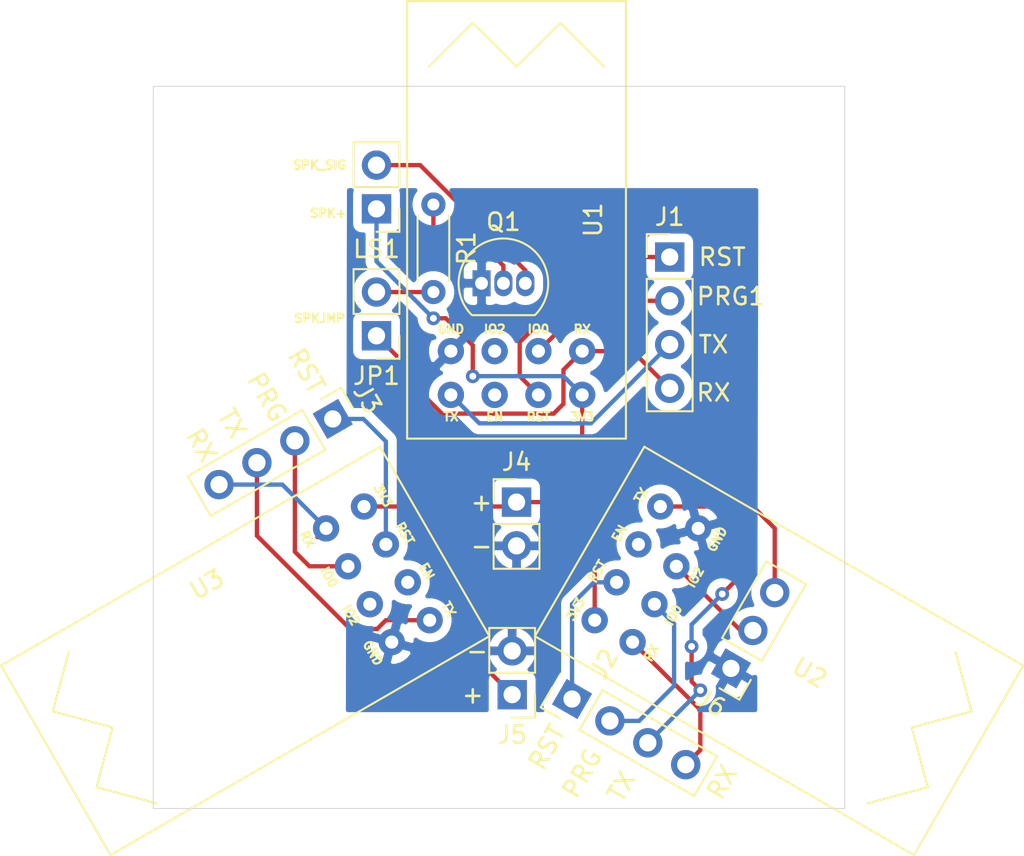
<source format=kicad_pcb>
(kicad_pcb (version 20171130) (host pcbnew 5.1.10-88a1d61d58~88~ubuntu20.04.1)

  (general
    (thickness 1.6)
    (drawings 23)
    (tracks 102)
    (zones 0)
    (modules 13)
    (nets 24)
  )

  (page A4)
  (layers
    (0 F.Cu signal)
    (31 B.Cu signal)
    (32 B.Adhes user)
    (33 F.Adhes user)
    (34 B.Paste user)
    (35 F.Paste user)
    (36 B.SilkS user)
    (37 F.SilkS user)
    (38 B.Mask user)
    (39 F.Mask user)
    (40 Dwgs.User user)
    (41 Cmts.User user)
    (42 Eco1.User user)
    (43 Eco2.User user)
    (44 Edge.Cuts user)
    (45 Margin user)
    (46 B.CrtYd user)
    (47 F.CrtYd user)
    (48 B.Fab user)
    (49 F.Fab user hide)
  )

  (setup
    (last_trace_width 0.25)
    (trace_clearance 0.2)
    (zone_clearance 0.508)
    (zone_45_only no)
    (trace_min 0.2)
    (via_size 0.8)
    (via_drill 0.4)
    (via_min_size 0.2)
    (via_min_drill 0.3)
    (uvia_size 0.3)
    (uvia_drill 0.1)
    (uvias_allowed no)
    (uvia_min_size 0.2)
    (uvia_min_drill 0.1)
    (edge_width 0.05)
    (segment_width 0.2)
    (pcb_text_width 0.3)
    (pcb_text_size 1.5 1.5)
    (mod_edge_width 0.12)
    (mod_text_size 1 1)
    (mod_text_width 0.15)
    (pad_size 1.524 1.524)
    (pad_drill 0.762)
    (pad_to_mask_clearance 0)
    (aux_axis_origin 0 0)
    (visible_elements FFFFF77F)
    (pcbplotparams
      (layerselection 0x010fc_ffffffff)
      (usegerberextensions false)
      (usegerberattributes true)
      (usegerberadvancedattributes true)
      (creategerberjobfile true)
      (excludeedgelayer true)
      (linewidth 0.100000)
      (plotframeref false)
      (viasonmask false)
      (mode 1)
      (useauxorigin false)
      (hpglpennumber 1)
      (hpglpenspeed 20)
      (hpglpendiameter 15.000000)
      (psnegative false)
      (psa4output false)
      (plotreference true)
      (plotvalue true)
      (plotinvisibletext false)
      (padsonsilk false)
      (subtractmaskfromsilk false)
      (outputformat 1)
      (mirror false)
      (drillshape 1)
      (scaleselection 1)
      (outputdirectory ""))
  )

  (net 0 "")
  (net 1 /RX1)
  (net 2 /TX1)
  (net 3 /PRG1)
  (net 4 /RST1)
  (net 5 /RX2)
  (net 6 /TX2)
  (net 7 /PRG2)
  (net 8 /RST2)
  (net 9 /RX3)
  (net 10 /TX3)
  (net 11 /PRG3)
  (net 12 /RST3)
  (net 13 /GND)
  (net 14 /V3P3)
  (net 15 /LEDSIG)
  (net 16 /I2S)
  (net 17 "Net-(LS1-Pad2)")
  (net 18 "Net-(Q1-Pad2)")
  (net 19 "Net-(U1-Pad1)")
  (net 20 "Net-(U2-Pad1)")
  (net 21 /RSTMASTER)
  (net 22 "Net-(U3-Pad1)")
  (net 23 "Net-(U1-Pad6)")

  (net_class Default "This is the default net class."
    (clearance 0.2)
    (trace_width 0.25)
    (via_dia 0.8)
    (via_drill 0.4)
    (uvia_dia 0.3)
    (uvia_drill 0.1)
    (add_net /GND)
    (add_net /I2S)
    (add_net /LEDSIG)
    (add_net /PRG1)
    (add_net /PRG2)
    (add_net /PRG3)
    (add_net /RST1)
    (add_net /RST2)
    (add_net /RST3)
    (add_net /RSTMASTER)
    (add_net /RX1)
    (add_net /RX2)
    (add_net /RX3)
    (add_net /TX1)
    (add_net /TX2)
    (add_net /TX3)
    (add_net /V3P3)
    (add_net "Net-(LS1-Pad2)")
    (add_net "Net-(Q1-Pad2)")
    (add_net "Net-(U1-Pad1)")
    (add_net "Net-(U1-Pad6)")
    (add_net "Net-(U2-Pad1)")
    (add_net "Net-(U3-Pad1)")
  )

  (module HeyListen:ESP-01 (layer F.Cu) (tedit 616A5CE4) (tstamp 616AEA3B)
    (at 127 75.565 90)
    (descr "ESP8266-01 Module")
    (path /616A6070)
    (autoplace_cost90 10)
    (autoplace_cost180 10)
    (fp_text reference U1 (at 0 4.445 90) (layer F.SilkS)
      (effects (font (size 1 1) (thickness 0.15)))
    )
    (fp_text value ESP-01 (at 0 -4.445 90) (layer F.Fab)
      (effects (font (size 1 1) (thickness 0.15)))
    )
    (fp_line (start 11.43 2.54) (end 8.89 5.08) (layer F.SilkS) (width 0.12))
    (fp_line (start 8.89 0) (end 11.43 2.54) (layer F.SilkS) (width 0.12))
    (fp_line (start 11.43 -2.54) (end 8.89 0) (layer F.SilkS) (width 0.12))
    (fp_line (start 8.89 -5.08) (end 11.43 -2.54) (layer F.SilkS) (width 0.12))
    (fp_line (start -12.7 6.35) (end -12.7 -6.35) (layer F.CrtYd) (width 0.12))
    (fp_line (start 12.7 6.35) (end -12.7 6.35) (layer F.CrtYd) (width 0.12))
    (fp_line (start 12.7 -6.35) (end 12.7 6.35) (layer F.CrtYd) (width 0.12))
    (fp_line (start -12.7 -6.35) (end 12.7 -6.35) (layer F.CrtYd) (width 0.12))
    (fp_line (start -12.7 6.35) (end -12.7 -6.35) (layer F.SilkS) (width 0.12))
    (fp_line (start 12.7 6.35) (end -12.7 6.35) (layer F.SilkS) (width 0.12))
    (fp_line (start 12.7 -6.35) (end 12.7 6.35) (layer F.SilkS) (width 0.12))
    (fp_line (start -12.7 -6.35) (end 12.7 -6.35) (layer F.SilkS) (width 0.12))
    (fp_text user RX (at -6.35 3.81) (layer F.SilkS)
      (effects (font (size 0.5 0.5) (thickness 0.125)))
    )
    (fp_text user IO0 (at -6.35 1.27) (layer F.SilkS)
      (effects (font (size 0.5 0.5) (thickness 0.125)))
    )
    (fp_text user IO2 (at -6.35 -1.27) (layer F.SilkS)
      (effects (font (size 0.5 0.5) (thickness 0.125)))
    )
    (fp_text user GND (at -6.35 -3.81) (layer F.SilkS)
      (effects (font (size 0.5 0.5) (thickness 0.125)))
    )
    (fp_text user 3V3 (at -11.43 3.81) (layer F.SilkS)
      (effects (font (size 0.5 0.5) (thickness 0.125)))
    )
    (fp_text user RST (at -11.43 1.27) (layer F.SilkS)
      (effects (font (size 0.5 0.5) (thickness 0.125)))
    )
    (fp_text user EN (at -11.43 -1.27) (layer F.SilkS)
      (effects (font (size 0.5 0.5) (thickness 0.125)))
    )
    (fp_text user TX (at -11.43 -3.81) (layer F.SilkS)
      (effects (font (size 0.5 0.5) (thickness 0.125)))
    )
    (pad 7 thru_hole circle (at -7.62 -3.81 90) (size 1.524 1.524) (drill 0.762) (layers *.Cu *.Mask)
      (net 13 /GND))
    (pad 6 thru_hole circle (at -7.62 -1.27 90) (size 1.524 1.524) (drill 0.762) (layers *.Cu *.Mask)
      (net 23 "Net-(U1-Pad6)"))
    (pad 5 thru_hole circle (at -7.62 1.27 90) (size 1.524 1.524) (drill 0.762) (layers *.Cu *.Mask)
      (net 3 /PRG1))
    (pad 4 thru_hole circle (at -7.62 3.81 90) (size 1.524 1.524) (drill 0.762) (layers *.Cu *.Mask)
      (net 1 /RX1))
    (pad 3 thru_hole circle (at -10.16 3.81 90) (size 1.524 1.524) (drill 0.762) (layers *.Cu *.Mask)
      (net 14 /V3P3))
    (pad 2 thru_hole circle (at -10.16 1.27 90) (size 1.524 1.524) (drill 0.762) (layers *.Cu *.Mask)
      (net 4 /RST1))
    (pad 1 thru_hole circle (at -10.16 -1.27 90) (size 1.524 1.524) (drill 0.762) (layers *.Cu *.Mask)
      (net 19 "Net-(U1-Pad1)"))
    (pad 0 thru_hole circle (at -10.16 -3.81 90) (size 1.524 1.524) (drill 0.762) (layers *.Cu *.Mask)
      (net 2 /TX1))
  )

  (module HeyListen:ESP-01 (layer F.Cu) (tedit 616A5CE4) (tstamp 616AF8F8)
    (at 111.252 100.584 210)
    (descr "ESP8266-01 Module")
    (path /616A9082)
    (autoplace_cost90 10)
    (autoplace_cost180 10)
    (fp_text reference U3 (at 0 4.445 30) (layer F.SilkS)
      (effects (font (size 1 1) (thickness 0.15)))
    )
    (fp_text value ESP-01 (at 0 -4.445 30) (layer F.Fab)
      (effects (font (size 1 1) (thickness 0.15)))
    )
    (fp_line (start 11.43 2.54) (end 8.89 5.08) (layer F.SilkS) (width 0.12))
    (fp_line (start 8.89 0) (end 11.43 2.54) (layer F.SilkS) (width 0.12))
    (fp_line (start 11.43 -2.54) (end 8.89 0) (layer F.SilkS) (width 0.12))
    (fp_line (start 8.89 -5.08) (end 11.43 -2.54) (layer F.SilkS) (width 0.12))
    (fp_line (start -12.7 6.35) (end -12.7 -6.35) (layer F.CrtYd) (width 0.12))
    (fp_line (start 12.7 6.35) (end -12.7 6.35) (layer F.CrtYd) (width 0.12))
    (fp_line (start 12.7 -6.35) (end 12.7 6.35) (layer F.CrtYd) (width 0.12))
    (fp_line (start -12.7 -6.35) (end 12.7 -6.35) (layer F.CrtYd) (width 0.12))
    (fp_line (start -12.7 6.35) (end -12.7 -6.35) (layer F.SilkS) (width 0.12))
    (fp_line (start 12.7 6.35) (end -12.7 6.35) (layer F.SilkS) (width 0.12))
    (fp_line (start 12.7 -6.35) (end 12.7 6.35) (layer F.SilkS) (width 0.12))
    (fp_line (start -12.7 -6.35) (end 12.7 -6.35) (layer F.SilkS) (width 0.12))
    (fp_text user RX (at -6.35 3.81 120) (layer F.SilkS)
      (effects (font (size 0.5 0.5) (thickness 0.125)))
    )
    (fp_text user IO0 (at -6.35 1.27 120) (layer F.SilkS)
      (effects (font (size 0.5 0.5) (thickness 0.125)))
    )
    (fp_text user IO2 (at -6.35 -1.27 120) (layer F.SilkS)
      (effects (font (size 0.5 0.5) (thickness 0.125)))
    )
    (fp_text user GND (at -6.35 -3.81 120) (layer F.SilkS)
      (effects (font (size 0.5 0.5) (thickness 0.125)))
    )
    (fp_text user 3V3 (at -11.43 3.81 120) (layer F.SilkS)
      (effects (font (size 0.5 0.5) (thickness 0.125)))
    )
    (fp_text user RST (at -11.43 1.27 120) (layer F.SilkS)
      (effects (font (size 0.5 0.5) (thickness 0.125)))
    )
    (fp_text user EN (at -11.43 -1.27 120) (layer F.SilkS)
      (effects (font (size 0.5 0.5) (thickness 0.125)))
    )
    (fp_text user TX (at -11.43 -3.81 120) (layer F.SilkS)
      (effects (font (size 0.5 0.5) (thickness 0.125)))
    )
    (pad 7 thru_hole circle (at -7.62 -3.81 210) (size 1.524 1.524) (drill 0.762) (layers *.Cu *.Mask)
      (net 13 /GND))
    (pad 6 thru_hole circle (at -7.62 -1.27 210) (size 1.524 1.524) (drill 0.762) (layers *.Cu *.Mask)
      (net 21 /RSTMASTER))
    (pad 5 thru_hole circle (at -7.62 1.27 210) (size 1.524 1.524) (drill 0.762) (layers *.Cu *.Mask)
      (net 11 /PRG3))
    (pad 4 thru_hole circle (at -7.62 3.81 210) (size 1.524 1.524) (drill 0.762) (layers *.Cu *.Mask)
      (net 9 /RX3))
    (pad 3 thru_hole circle (at -10.16 3.81 210) (size 1.524 1.524) (drill 0.762) (layers *.Cu *.Mask)
      (net 14 /V3P3))
    (pad 2 thru_hole circle (at -10.16 1.27 210) (size 1.524 1.524) (drill 0.762) (layers *.Cu *.Mask)
      (net 12 /RST3))
    (pad 1 thru_hole circle (at -10.16 -1.27 210) (size 1.524 1.524) (drill 0.762) (layers *.Cu *.Mask)
      (net 22 "Net-(U3-Pad1)"))
    (pad 0 thru_hole circle (at -10.16 -3.81 210) (size 1.524 1.524) (drill 0.762) (layers *.Cu *.Mask)
      (net 10 /TX3))
  )

  (module HeyListen:ESP-01 (layer F.Cu) (tedit 616A5CE4) (tstamp 616ABF05)
    (at 142.24 100.584 330)
    (descr "ESP8266-01 Module")
    (path /616A878D)
    (autoplace_cost90 10)
    (autoplace_cost180 10)
    (fp_text reference U2 (at 2.174793 0.210852 150) (layer F.SilkS)
      (effects (font (size 1 1) (thickness 0.15)))
    )
    (fp_text value ESP-01 (at 0 -4.445 150) (layer F.Fab)
      (effects (font (size 1 1) (thickness 0.15)))
    )
    (fp_line (start 11.43 2.54) (end 8.89 5.08) (layer F.SilkS) (width 0.12))
    (fp_line (start 8.89 0) (end 11.43 2.54) (layer F.SilkS) (width 0.12))
    (fp_line (start 11.43 -2.54) (end 8.89 0) (layer F.SilkS) (width 0.12))
    (fp_line (start 8.89 -5.08) (end 11.43 -2.54) (layer F.SilkS) (width 0.12))
    (fp_line (start -12.7 6.35) (end -12.7 -6.35) (layer F.CrtYd) (width 0.12))
    (fp_line (start 12.7 6.35) (end -12.7 6.35) (layer F.CrtYd) (width 0.12))
    (fp_line (start 12.7 -6.35) (end 12.7 6.35) (layer F.CrtYd) (width 0.12))
    (fp_line (start -12.7 -6.35) (end 12.7 -6.35) (layer F.CrtYd) (width 0.12))
    (fp_line (start -12.7 6.35) (end -12.7 -6.35) (layer F.SilkS) (width 0.12))
    (fp_line (start 12.7 6.35) (end -12.7 6.35) (layer F.SilkS) (width 0.12))
    (fp_line (start 12.7 -6.35) (end 12.7 6.35) (layer F.SilkS) (width 0.12))
    (fp_line (start -12.7 -6.35) (end 12.7 -6.35) (layer F.SilkS) (width 0.12))
    (fp_text user RX (at -6.35 3.81 60) (layer F.SilkS)
      (effects (font (size 0.5 0.5) (thickness 0.125)))
    )
    (fp_text user IO0 (at -6.35 1.27 60) (layer F.SilkS)
      (effects (font (size 0.5 0.5) (thickness 0.125)))
    )
    (fp_text user IO2 (at -6.35 -1.27 60) (layer F.SilkS)
      (effects (font (size 0.5 0.5) (thickness 0.125)))
    )
    (fp_text user GND (at -6.35 -3.81 60) (layer F.SilkS)
      (effects (font (size 0.5 0.5) (thickness 0.125)))
    )
    (fp_text user 3V3 (at -11.43 3.81 60) (layer F.SilkS)
      (effects (font (size 0.5 0.5) (thickness 0.125)))
    )
    (fp_text user RST (at -11.43 1.27 60) (layer F.SilkS)
      (effects (font (size 0.5 0.5) (thickness 0.125)))
    )
    (fp_text user EN (at -11.43 -1.27 60) (layer F.SilkS)
      (effects (font (size 0.5 0.5) (thickness 0.125)))
    )
    (fp_text user TX (at -11.43 -3.81 60) (layer F.SilkS)
      (effects (font (size 0.5 0.5) (thickness 0.125)))
    )
    (pad 7 thru_hole circle (at -7.62 -3.81 330) (size 1.524 1.524) (drill 0.762) (layers *.Cu *.Mask)
      (net 13 /GND))
    (pad 6 thru_hole circle (at -7.62 -1.27 330) (size 1.524 1.524) (drill 0.762) (layers *.Cu *.Mask)
      (net 15 /LEDSIG))
    (pad 5 thru_hole circle (at -7.62 1.27 330) (size 1.524 1.524) (drill 0.762) (layers *.Cu *.Mask)
      (net 7 /PRG2))
    (pad 4 thru_hole circle (at -7.62 3.81 330) (size 1.524 1.524) (drill 0.762) (layers *.Cu *.Mask)
      (net 5 /RX2))
    (pad 3 thru_hole circle (at -10.16 3.81 330) (size 1.524 1.524) (drill 0.762) (layers *.Cu *.Mask)
      (net 14 /V3P3))
    (pad 2 thru_hole circle (at -10.16 1.27 330) (size 1.524 1.524) (drill 0.762) (layers *.Cu *.Mask)
      (net 8 /RST2))
    (pad 1 thru_hole circle (at -10.16 -1.27 330) (size 1.524 1.524) (drill 0.762) (layers *.Cu *.Mask)
      (net 20 "Net-(U2-Pad1)"))
    (pad 0 thru_hole circle (at -10.16 -3.81 330) (size 1.524 1.524) (drill 0.762) (layers *.Cu *.Mask)
      (net 6 /TX2))
  )

  (module Resistor_THT:R_Axial_DIN0204_L3.6mm_D1.6mm_P5.08mm_Horizontal (layer F.Cu) (tedit 5AE5139B) (tstamp 616AC889)
    (at 122.174 74.676 270)
    (descr "Resistor, Axial_DIN0204 series, Axial, Horizontal, pin pitch=5.08mm, 0.167W, length*diameter=3.6*1.6mm^2, http://cdn-reichelt.de/documents/datenblatt/B400/1_4W%23YAG.pdf")
    (tags "Resistor Axial_DIN0204 series Axial Horizontal pin pitch 5.08mm 0.167W length 3.6mm diameter 1.6mm")
    (path /616E79FE)
    (fp_text reference R1 (at 2.54 -1.92 90) (layer F.SilkS)
      (effects (font (size 1 1) (thickness 0.15)))
    )
    (fp_text value R (at 2.54 1.92 90) (layer F.Fab)
      (effects (font (size 1 1) (thickness 0.15)))
    )
    (fp_line (start 6.03 -1.05) (end -0.95 -1.05) (layer F.CrtYd) (width 0.05))
    (fp_line (start 6.03 1.05) (end 6.03 -1.05) (layer F.CrtYd) (width 0.05))
    (fp_line (start -0.95 1.05) (end 6.03 1.05) (layer F.CrtYd) (width 0.05))
    (fp_line (start -0.95 -1.05) (end -0.95 1.05) (layer F.CrtYd) (width 0.05))
    (fp_line (start 0.62 0.92) (end 4.46 0.92) (layer F.SilkS) (width 0.12))
    (fp_line (start 0.62 -0.92) (end 4.46 -0.92) (layer F.SilkS) (width 0.12))
    (fp_line (start 5.08 0) (end 4.34 0) (layer F.Fab) (width 0.1))
    (fp_line (start 0 0) (end 0.74 0) (layer F.Fab) (width 0.1))
    (fp_line (start 4.34 -0.8) (end 0.74 -0.8) (layer F.Fab) (width 0.1))
    (fp_line (start 4.34 0.8) (end 4.34 -0.8) (layer F.Fab) (width 0.1))
    (fp_line (start 0.74 0.8) (end 4.34 0.8) (layer F.Fab) (width 0.1))
    (fp_line (start 0.74 -0.8) (end 0.74 0.8) (layer F.Fab) (width 0.1))
    (fp_text user %R (at 2.667 -0.127 90) (layer F.Fab)
      (effects (font (size 0.72 0.72) (thickness 0.108)))
    )
    (pad 2 thru_hole oval (at 5.08 0 270) (size 1.4 1.4) (drill 0.7) (layers *.Cu *.Mask)
      (net 16 /I2S))
    (pad 1 thru_hole circle (at 0 0 270) (size 1.4 1.4) (drill 0.7) (layers *.Cu *.Mask)
      (net 18 "Net-(Q1-Pad2)"))
    (model ${KISYS3DMOD}/Resistor_THT.3dshapes/R_Axial_DIN0204_L3.6mm_D1.6mm_P5.08mm_Horizontal.wrl
      (at (xyz 0 0 0))
      (scale (xyz 1 1 1))
      (rotate (xyz 0 0 0))
    )
  )

  (module Package_TO_SOT_THT:TO-92_Inline (layer F.Cu) (tedit 5A1DD157) (tstamp 616AF435)
    (at 124.968 79.248)
    (descr "TO-92 leads in-line, narrow, oval pads, drill 0.75mm (see NXP sot054_po.pdf)")
    (tags "to-92 sc-43 sc-43a sot54 PA33 transistor")
    (path /616EB69F)
    (fp_text reference Q1 (at 1.27 -3.56) (layer F.SilkS)
      (effects (font (size 1 1) (thickness 0.15)))
    )
    (fp_text value 2N3904 (at 1.27 2.79) (layer F.Fab)
      (effects (font (size 1 1) (thickness 0.15)))
    )
    (fp_line (start 4 2.01) (end -1.46 2.01) (layer F.CrtYd) (width 0.05))
    (fp_line (start 4 2.01) (end 4 -2.73) (layer F.CrtYd) (width 0.05))
    (fp_line (start -1.46 -2.73) (end -1.46 2.01) (layer F.CrtYd) (width 0.05))
    (fp_line (start -1.46 -2.73) (end 4 -2.73) (layer F.CrtYd) (width 0.05))
    (fp_line (start -0.5 1.75) (end 3 1.75) (layer F.Fab) (width 0.1))
    (fp_line (start -0.53 1.85) (end 3.07 1.85) (layer F.SilkS) (width 0.12))
    (fp_arc (start 1.27 0) (end 1.27 -2.6) (angle 135) (layer F.SilkS) (width 0.12))
    (fp_arc (start 1.27 0) (end 1.27 -2.48) (angle -135) (layer F.Fab) (width 0.1))
    (fp_arc (start 1.27 0) (end 1.27 -2.6) (angle -135) (layer F.SilkS) (width 0.12))
    (fp_arc (start 1.27 0) (end 1.27 -2.48) (angle 135) (layer F.Fab) (width 0.1))
    (fp_text user %R (at 1.27 0) (layer F.Fab)
      (effects (font (size 1 1) (thickness 0.15)))
    )
    (pad 1 thru_hole rect (at 0 0) (size 1.05 1.5) (drill 0.75) (layers *.Cu *.Mask)
      (net 13 /GND))
    (pad 3 thru_hole oval (at 2.54 0) (size 1.05 1.5) (drill 0.75) (layers *.Cu *.Mask)
      (net 17 "Net-(LS1-Pad2)"))
    (pad 2 thru_hole oval (at 1.27 0) (size 1.05 1.5) (drill 0.75) (layers *.Cu *.Mask)
      (net 18 "Net-(Q1-Pad2)"))
    (model ${KISYS3DMOD}/Package_TO_SOT_THT.3dshapes/TO-92_Inline.wrl
      (at (xyz 0 0 0))
      (scale (xyz 1 1 1))
      (rotate (xyz 0 0 0))
    )
  )

  (module Connector_PinHeader_2.54mm:PinHeader_1x02_P2.54mm_Vertical (layer F.Cu) (tedit 59FED5CC) (tstamp 616AC6D6)
    (at 118.872 74.93 180)
    (descr "Through hole straight pin header, 1x02, 2.54mm pitch, single row")
    (tags "Through hole pin header THT 1x02 2.54mm single row")
    (path /616EC783)
    (fp_text reference LS1 (at 0 -2.33) (layer F.SilkS)
      (effects (font (size 1 1) (thickness 0.15)))
    )
    (fp_text value Speaker (at 0 4.87) (layer F.Fab)
      (effects (font (size 1 1) (thickness 0.15)))
    )
    (fp_line (start 1.8 -1.8) (end -1.8 -1.8) (layer F.CrtYd) (width 0.05))
    (fp_line (start 1.8 4.35) (end 1.8 -1.8) (layer F.CrtYd) (width 0.05))
    (fp_line (start -1.8 4.35) (end 1.8 4.35) (layer F.CrtYd) (width 0.05))
    (fp_line (start -1.8 -1.8) (end -1.8 4.35) (layer F.CrtYd) (width 0.05))
    (fp_line (start -1.33 -1.33) (end 0 -1.33) (layer F.SilkS) (width 0.12))
    (fp_line (start -1.33 0) (end -1.33 -1.33) (layer F.SilkS) (width 0.12))
    (fp_line (start -1.33 1.27) (end 1.33 1.27) (layer F.SilkS) (width 0.12))
    (fp_line (start 1.33 1.27) (end 1.33 3.87) (layer F.SilkS) (width 0.12))
    (fp_line (start -1.33 1.27) (end -1.33 3.87) (layer F.SilkS) (width 0.12))
    (fp_line (start -1.33 3.87) (end 1.33 3.87) (layer F.SilkS) (width 0.12))
    (fp_line (start -1.27 -0.635) (end -0.635 -1.27) (layer F.Fab) (width 0.1))
    (fp_line (start -1.27 3.81) (end -1.27 -0.635) (layer F.Fab) (width 0.1))
    (fp_line (start 1.27 3.81) (end -1.27 3.81) (layer F.Fab) (width 0.1))
    (fp_line (start 1.27 -1.27) (end 1.27 3.81) (layer F.Fab) (width 0.1))
    (fp_line (start -0.635 -1.27) (end 1.27 -1.27) (layer F.Fab) (width 0.1))
    (fp_text user %R (at 0 1.27 90) (layer F.Fab)
      (effects (font (size 1 1) (thickness 0.15)))
    )
    (pad 2 thru_hole oval (at 0 2.54 180) (size 1.7 1.7) (drill 1) (layers *.Cu *.Mask)
      (net 17 "Net-(LS1-Pad2)"))
    (pad 1 thru_hole rect (at 0 0 180) (size 1.7 1.7) (drill 1) (layers *.Cu *.Mask)
      (net 14 /V3P3))
    (model ${KISYS3DMOD}/Connector_PinHeader_2.54mm.3dshapes/PinHeader_1x02_P2.54mm_Vertical.wrl
      (at (xyz 0 0 0))
      (scale (xyz 1 1 1))
      (rotate (xyz 0 0 0))
    )
  )

  (module Connector_PinHeader_2.54mm:PinHeader_1x02_P2.54mm_Vertical (layer F.Cu) (tedit 59FED5CC) (tstamp 616AF2BA)
    (at 118.872 82.296 180)
    (descr "Through hole straight pin header, 1x02, 2.54mm pitch, single row")
    (tags "Through hole pin header THT 1x02 2.54mm single row")
    (path /616E4CBC)
    (fp_text reference JP1 (at 0 -2.33) (layer F.SilkS)
      (effects (font (size 1 1) (thickness 0.15)))
    )
    (fp_text value Jumper_2_Open (at 0 4.87) (layer F.Fab)
      (effects (font (size 1 1) (thickness 0.15)))
    )
    (fp_line (start 1.8 -1.8) (end -1.8 -1.8) (layer F.CrtYd) (width 0.05))
    (fp_line (start 1.8 4.35) (end 1.8 -1.8) (layer F.CrtYd) (width 0.05))
    (fp_line (start -1.8 4.35) (end 1.8 4.35) (layer F.CrtYd) (width 0.05))
    (fp_line (start -1.8 -1.8) (end -1.8 4.35) (layer F.CrtYd) (width 0.05))
    (fp_line (start -1.33 -1.33) (end 0 -1.33) (layer F.SilkS) (width 0.12))
    (fp_line (start -1.33 0) (end -1.33 -1.33) (layer F.SilkS) (width 0.12))
    (fp_line (start -1.33 1.27) (end 1.33 1.27) (layer F.SilkS) (width 0.12))
    (fp_line (start 1.33 1.27) (end 1.33 3.87) (layer F.SilkS) (width 0.12))
    (fp_line (start -1.33 1.27) (end -1.33 3.87) (layer F.SilkS) (width 0.12))
    (fp_line (start -1.33 3.87) (end 1.33 3.87) (layer F.SilkS) (width 0.12))
    (fp_line (start -1.27 -0.635) (end -0.635 -1.27) (layer F.Fab) (width 0.1))
    (fp_line (start -1.27 3.81) (end -1.27 -0.635) (layer F.Fab) (width 0.1))
    (fp_line (start 1.27 3.81) (end -1.27 3.81) (layer F.Fab) (width 0.1))
    (fp_line (start 1.27 -1.27) (end 1.27 3.81) (layer F.Fab) (width 0.1))
    (fp_line (start -0.635 -1.27) (end 1.27 -1.27) (layer F.Fab) (width 0.1))
    (fp_text user %R (at 0 1.27 90) (layer F.Fab)
      (effects (font (size 1 1) (thickness 0.15)))
    )
    (pad 2 thru_hole oval (at 0 2.54 180) (size 1.7 1.7) (drill 1) (layers *.Cu *.Mask)
      (net 16 /I2S))
    (pad 1 thru_hole rect (at 0 0 180) (size 1.7 1.7) (drill 1) (layers *.Cu *.Mask)
      (net 1 /RX1))
    (model ${KISYS3DMOD}/Connector_PinHeader_2.54mm.3dshapes/PinHeader_1x02_P2.54mm_Vertical.wrl
      (at (xyz 0 0 0))
      (scale (xyz 1 1 1))
      (rotate (xyz 0 0 0))
    )
  )

  (module Connector_PinHeader_2.54mm:PinHeader_1x03_P2.54mm_Vertical (layer F.Cu) (tedit 59FED5CC) (tstamp 616AF5D9)
    (at 139.446 101.6 150)
    (descr "Through hole straight pin header, 1x03, 2.54mm pitch, single row")
    (tags "Through hole pin header THT 1x03 2.54mm single row")
    (path /616B0E1F)
    (fp_text reference J6 (at 0 -2.33 150) (layer F.SilkS)
      (effects (font (size 1 1) (thickness 0.15)))
    )
    (fp_text value Conn_01x03 (at 0 7.41 150) (layer F.Fab)
      (effects (font (size 1 1) (thickness 0.15)))
    )
    (fp_line (start 1.8 -1.8) (end -1.8 -1.8) (layer F.CrtYd) (width 0.05))
    (fp_line (start 1.8 6.85) (end 1.8 -1.8) (layer F.CrtYd) (width 0.05))
    (fp_line (start -1.8 6.85) (end 1.8 6.85) (layer F.CrtYd) (width 0.05))
    (fp_line (start -1.8 -1.8) (end -1.8 6.85) (layer F.CrtYd) (width 0.05))
    (fp_line (start -1.33 -1.33) (end 0 -1.33) (layer F.SilkS) (width 0.12))
    (fp_line (start -1.33 0) (end -1.33 -1.33) (layer F.SilkS) (width 0.12))
    (fp_line (start -1.33 1.27) (end 1.33 1.27) (layer F.SilkS) (width 0.12))
    (fp_line (start 1.33 1.27) (end 1.33 6.41) (layer F.SilkS) (width 0.12))
    (fp_line (start -1.33 1.27) (end -1.33 6.41) (layer F.SilkS) (width 0.12))
    (fp_line (start -1.33 6.41) (end 1.33 6.41) (layer F.SilkS) (width 0.12))
    (fp_line (start -1.27 -0.635) (end -0.635 -1.27) (layer F.Fab) (width 0.1))
    (fp_line (start -1.27 6.35) (end -1.27 -0.635) (layer F.Fab) (width 0.1))
    (fp_line (start 1.27 6.35) (end -1.27 6.35) (layer F.Fab) (width 0.1))
    (fp_line (start 1.27 -1.27) (end 1.27 6.35) (layer F.Fab) (width 0.1))
    (fp_line (start -0.635 -1.27) (end 1.27 -1.27) (layer F.Fab) (width 0.1))
    (fp_text user %R (at 0 2.54 60) (layer F.Fab)
      (effects (font (size 1 1) (thickness 0.15)))
    )
    (pad 3 thru_hole oval (at 0 5.08 150) (size 1.7 1.7) (drill 1) (layers *.Cu *.Mask)
      (net 14 /V3P3))
    (pad 2 thru_hole oval (at 0 2.54 150) (size 1.7 1.7) (drill 1) (layers *.Cu *.Mask)
      (net 15 /LEDSIG))
    (pad 1 thru_hole rect (at 0 0 150) (size 1.7 1.7) (drill 1) (layers *.Cu *.Mask)
      (net 13 /GND))
    (model ${KISYS3DMOD}/Connector_PinHeader_2.54mm.3dshapes/PinHeader_1x03_P2.54mm_Vertical.wrl
      (at (xyz 0 0 0))
      (scale (xyz 1 1 1))
      (rotate (xyz 0 0 0))
    )
  )

  (module Connector_PinHeader_2.54mm:PinHeader_1x02_P2.54mm_Vertical (layer F.Cu) (tedit 59FED5CC) (tstamp 616ABE5D)
    (at 126.746 103.124 180)
    (descr "Through hole straight pin header, 1x02, 2.54mm pitch, single row")
    (tags "Through hole pin header THT 1x02 2.54mm single row")
    (path /616AEE34)
    (fp_text reference J5 (at 0 -2.33) (layer F.SilkS)
      (effects (font (size 1 1) (thickness 0.15)))
    )
    (fp_text value Conn_01x02 (at 0 4.87) (layer F.Fab)
      (effects (font (size 1 1) (thickness 0.15)))
    )
    (fp_line (start 1.8 -1.8) (end -1.8 -1.8) (layer F.CrtYd) (width 0.05))
    (fp_line (start 1.8 4.35) (end 1.8 -1.8) (layer F.CrtYd) (width 0.05))
    (fp_line (start -1.8 4.35) (end 1.8 4.35) (layer F.CrtYd) (width 0.05))
    (fp_line (start -1.8 -1.8) (end -1.8 4.35) (layer F.CrtYd) (width 0.05))
    (fp_line (start -1.33 -1.33) (end 0 -1.33) (layer F.SilkS) (width 0.12))
    (fp_line (start -1.33 0) (end -1.33 -1.33) (layer F.SilkS) (width 0.12))
    (fp_line (start -1.33 1.27) (end 1.33 1.27) (layer F.SilkS) (width 0.12))
    (fp_line (start 1.33 1.27) (end 1.33 3.87) (layer F.SilkS) (width 0.12))
    (fp_line (start -1.33 1.27) (end -1.33 3.87) (layer F.SilkS) (width 0.12))
    (fp_line (start -1.33 3.87) (end 1.33 3.87) (layer F.SilkS) (width 0.12))
    (fp_line (start -1.27 -0.635) (end -0.635 -1.27) (layer F.Fab) (width 0.1))
    (fp_line (start -1.27 3.81) (end -1.27 -0.635) (layer F.Fab) (width 0.1))
    (fp_line (start 1.27 3.81) (end -1.27 3.81) (layer F.Fab) (width 0.1))
    (fp_line (start 1.27 -1.27) (end 1.27 3.81) (layer F.Fab) (width 0.1))
    (fp_line (start -0.635 -1.27) (end 1.27 -1.27) (layer F.Fab) (width 0.1))
    (fp_text user %R (at 0 1.27 90) (layer F.Fab)
      (effects (font (size 1 1) (thickness 0.15)))
    )
    (pad 2 thru_hole oval (at 0 2.54 180) (size 1.7 1.7) (drill 1) (layers *.Cu *.Mask)
      (net 13 /GND))
    (pad 1 thru_hole rect (at 0 0 180) (size 1.7 1.7) (drill 1) (layers *.Cu *.Mask)
      (net 14 /V3P3))
    (model ${KISYS3DMOD}/Connector_PinHeader_2.54mm.3dshapes/PinHeader_1x02_P2.54mm_Vertical.wrl
      (at (xyz 0 0 0))
      (scale (xyz 1 1 1))
      (rotate (xyz 0 0 0))
    )
  )

  (module Connector_PinHeader_2.54mm:PinHeader_1x02_P2.54mm_Vertical (layer F.Cu) (tedit 59FED5CC) (tstamp 616AF3AA)
    (at 127 91.948)
    (descr "Through hole straight pin header, 1x02, 2.54mm pitch, single row")
    (tags "Through hole pin header THT 1x02 2.54mm single row")
    (path /616AD4E3)
    (fp_text reference J4 (at 0 -2.33) (layer F.SilkS)
      (effects (font (size 1 1) (thickness 0.15)))
    )
    (fp_text value Conn_01x02 (at 0 4.87) (layer F.Fab)
      (effects (font (size 1 1) (thickness 0.15)))
    )
    (fp_line (start 1.8 -1.8) (end -1.8 -1.8) (layer F.CrtYd) (width 0.05))
    (fp_line (start 1.8 4.35) (end 1.8 -1.8) (layer F.CrtYd) (width 0.05))
    (fp_line (start -1.8 4.35) (end 1.8 4.35) (layer F.CrtYd) (width 0.05))
    (fp_line (start -1.8 -1.8) (end -1.8 4.35) (layer F.CrtYd) (width 0.05))
    (fp_line (start -1.33 -1.33) (end 0 -1.33) (layer F.SilkS) (width 0.12))
    (fp_line (start -1.33 0) (end -1.33 -1.33) (layer F.SilkS) (width 0.12))
    (fp_line (start -1.33 1.27) (end 1.33 1.27) (layer F.SilkS) (width 0.12))
    (fp_line (start 1.33 1.27) (end 1.33 3.87) (layer F.SilkS) (width 0.12))
    (fp_line (start -1.33 1.27) (end -1.33 3.87) (layer F.SilkS) (width 0.12))
    (fp_line (start -1.33 3.87) (end 1.33 3.87) (layer F.SilkS) (width 0.12))
    (fp_line (start -1.27 -0.635) (end -0.635 -1.27) (layer F.Fab) (width 0.1))
    (fp_line (start -1.27 3.81) (end -1.27 -0.635) (layer F.Fab) (width 0.1))
    (fp_line (start 1.27 3.81) (end -1.27 3.81) (layer F.Fab) (width 0.1))
    (fp_line (start 1.27 -1.27) (end 1.27 3.81) (layer F.Fab) (width 0.1))
    (fp_line (start -0.635 -1.27) (end 1.27 -1.27) (layer F.Fab) (width 0.1))
    (fp_text user %R (at 0 1.27 90) (layer F.Fab)
      (effects (font (size 1 1) (thickness 0.15)))
    )
    (pad 2 thru_hole oval (at 0 2.54) (size 1.7 1.7) (drill 1) (layers *.Cu *.Mask)
      (net 13 /GND))
    (pad 1 thru_hole rect (at 0 0) (size 1.7 1.7) (drill 1) (layers *.Cu *.Mask)
      (net 14 /V3P3))
    (model ${KISYS3DMOD}/Connector_PinHeader_2.54mm.3dshapes/PinHeader_1x02_P2.54mm_Vertical.wrl
      (at (xyz 0 0 0))
      (scale (xyz 1 1 1))
      (rotate (xyz 0 0 0))
    )
  )

  (module Connector_PinHeader_2.54mm:PinHeader_1x04_P2.54mm_Vertical (layer F.Cu) (tedit 59FED5CC) (tstamp 616AF1A8)
    (at 116.332 87.122 300)
    (descr "Through hole straight pin header, 1x04, 2.54mm pitch, single row")
    (tags "Through hole pin header THT 1x04 2.54mm single row")
    (path /616BAE9B)
    (fp_text reference J3 (at 0 -2.33 120) (layer F.SilkS)
      (effects (font (size 1 1) (thickness 0.15)))
    )
    (fp_text value Conn_01x04 (at 0 9.95 120) (layer F.Fab)
      (effects (font (size 1 1) (thickness 0.15)))
    )
    (fp_line (start 1.8 -1.8) (end -1.8 -1.8) (layer F.CrtYd) (width 0.05))
    (fp_line (start 1.8 9.4) (end 1.8 -1.8) (layer F.CrtYd) (width 0.05))
    (fp_line (start -1.8 9.4) (end 1.8 9.4) (layer F.CrtYd) (width 0.05))
    (fp_line (start -1.8 -1.8) (end -1.8 9.4) (layer F.CrtYd) (width 0.05))
    (fp_line (start -1.33 -1.33) (end 0 -1.33) (layer F.SilkS) (width 0.12))
    (fp_line (start -1.33 0) (end -1.33 -1.33) (layer F.SilkS) (width 0.12))
    (fp_line (start -1.33 1.27) (end 1.33 1.27) (layer F.SilkS) (width 0.12))
    (fp_line (start 1.33 1.27) (end 1.33 8.95) (layer F.SilkS) (width 0.12))
    (fp_line (start -1.33 1.27) (end -1.33 8.95) (layer F.SilkS) (width 0.12))
    (fp_line (start -1.33 8.95) (end 1.33 8.95) (layer F.SilkS) (width 0.12))
    (fp_line (start -1.27 -0.635) (end -0.635 -1.27) (layer F.Fab) (width 0.1))
    (fp_line (start -1.27 8.89) (end -1.27 -0.635) (layer F.Fab) (width 0.1))
    (fp_line (start 1.27 8.89) (end -1.27 8.89) (layer F.Fab) (width 0.1))
    (fp_line (start 1.27 -1.27) (end 1.27 8.89) (layer F.Fab) (width 0.1))
    (fp_line (start -0.635 -1.27) (end 1.27 -1.27) (layer F.Fab) (width 0.1))
    (fp_text user %R (at 0 3.81 30) (layer F.Fab)
      (effects (font (size 1 1) (thickness 0.15)))
    )
    (pad 4 thru_hole oval (at 0 7.62 300) (size 1.7 1.7) (drill 1) (layers *.Cu *.Mask)
      (net 9 /RX3))
    (pad 3 thru_hole oval (at 0 5.08 300) (size 1.7 1.7) (drill 1) (layers *.Cu *.Mask)
      (net 10 /TX3))
    (pad 2 thru_hole oval (at 0 2.54 300) (size 1.7 1.7) (drill 1) (layers *.Cu *.Mask)
      (net 11 /PRG3))
    (pad 1 thru_hole rect (at 0 0 300) (size 1.7 1.7) (drill 1) (layers *.Cu *.Mask)
      (net 12 /RST3))
    (model ${KISYS3DMOD}/Connector_PinHeader_2.54mm.3dshapes/PinHeader_1x04_P2.54mm_Vertical.wrl
      (at (xyz 0 0 0))
      (scale (xyz 1 1 1))
      (rotate (xyz 0 0 0))
    )
  )

  (module Connector_PinHeader_2.54mm:PinHeader_1x04_P2.54mm_Vertical (layer F.Cu) (tedit 59FED5CC) (tstamp 616ABE19)
    (at 130.220591 103.378 60)
    (descr "Through hole straight pin header, 1x04, 2.54mm pitch, single row")
    (tags "Through hole pin header THT 1x04 2.54mm single row")
    (path /616B9D72)
    (fp_text reference J2 (at 2.689468 0.594295 60) (layer F.SilkS)
      (effects (font (size 1 1) (thickness 0.15)))
    )
    (fp_text value Conn_01x04 (at 0 9.95 60) (layer F.Fab)
      (effects (font (size 1 1) (thickness 0.15)))
    )
    (fp_line (start -0.635 -1.27) (end 1.27 -1.27) (layer F.Fab) (width 0.1))
    (fp_line (start 1.27 -1.27) (end 1.27 8.89) (layer F.Fab) (width 0.1))
    (fp_line (start 1.27 8.89) (end -1.27 8.89) (layer F.Fab) (width 0.1))
    (fp_line (start -1.27 8.89) (end -1.27 -0.635) (layer F.Fab) (width 0.1))
    (fp_line (start -1.27 -0.635) (end -0.635 -1.27) (layer F.Fab) (width 0.1))
    (fp_line (start -1.33 8.95) (end 1.33 8.95) (layer F.SilkS) (width 0.12))
    (fp_line (start -1.33 1.27) (end -1.33 8.95) (layer F.SilkS) (width 0.12))
    (fp_line (start 1.33 1.27) (end 1.33 8.95) (layer F.SilkS) (width 0.12))
    (fp_line (start -1.33 1.27) (end 1.33 1.27) (layer F.SilkS) (width 0.12))
    (fp_line (start -1.33 0) (end -1.33 -1.33) (layer F.SilkS) (width 0.12))
    (fp_line (start -1.33 -1.33) (end 0 -1.33) (layer F.SilkS) (width 0.12))
    (fp_line (start -1.8 -1.8) (end -1.8 9.4) (layer F.CrtYd) (width 0.05))
    (fp_line (start -1.8 9.4) (end 1.8 9.4) (layer F.CrtYd) (width 0.05))
    (fp_line (start 1.8 9.4) (end 1.8 -1.8) (layer F.CrtYd) (width 0.05))
    (fp_line (start 1.8 -1.8) (end -1.8 -1.8) (layer F.CrtYd) (width 0.05))
    (fp_text user %R (at 0 3.81 150) (layer F.Fab)
      (effects (font (size 1 1) (thickness 0.15)))
    )
    (pad 1 thru_hole rect (at 0 0 60) (size 1.7 1.7) (drill 1) (layers *.Cu *.Mask)
      (net 8 /RST2))
    (pad 2 thru_hole oval (at 0 2.54 60) (size 1.7 1.7) (drill 1) (layers *.Cu *.Mask)
      (net 7 /PRG2))
    (pad 3 thru_hole oval (at 0 5.08 60) (size 1.7 1.7) (drill 1) (layers *.Cu *.Mask)
      (net 6 /TX2))
    (pad 4 thru_hole oval (at 0 7.62 60) (size 1.7 1.7) (drill 1) (layers *.Cu *.Mask)
      (net 5 /RX2))
    (model ${KISYS3DMOD}/Connector_PinHeader_2.54mm.3dshapes/PinHeader_1x04_P2.54mm_Vertical.wrl
      (at (xyz 0 0 0))
      (scale (xyz 1 1 1))
      (rotate (xyz 0 0 0))
    )
  )

  (module Connector_PinHeader_2.54mm:PinHeader_1x04_P2.54mm_Vertical (layer F.Cu) (tedit 59FED5CC) (tstamp 616ABE01)
    (at 135.89 77.724)
    (descr "Through hole straight pin header, 1x04, 2.54mm pitch, single row")
    (tags "Through hole pin header THT 1x04 2.54mm single row")
    (path /616B5B44)
    (fp_text reference J1 (at 0 -2.33) (layer F.SilkS)
      (effects (font (size 1 1) (thickness 0.15)))
    )
    (fp_text value Conn_01x04 (at 0 9.95) (layer F.Fab)
      (effects (font (size 1 1) (thickness 0.15)))
    )
    (fp_line (start 1.8 -1.8) (end -1.8 -1.8) (layer F.CrtYd) (width 0.05))
    (fp_line (start 1.8 9.4) (end 1.8 -1.8) (layer F.CrtYd) (width 0.05))
    (fp_line (start -1.8 9.4) (end 1.8 9.4) (layer F.CrtYd) (width 0.05))
    (fp_line (start -1.8 -1.8) (end -1.8 9.4) (layer F.CrtYd) (width 0.05))
    (fp_line (start -1.33 -1.33) (end 0 -1.33) (layer F.SilkS) (width 0.12))
    (fp_line (start -1.33 0) (end -1.33 -1.33) (layer F.SilkS) (width 0.12))
    (fp_line (start -1.33 1.27) (end 1.33 1.27) (layer F.SilkS) (width 0.12))
    (fp_line (start 1.33 1.27) (end 1.33 8.95) (layer F.SilkS) (width 0.12))
    (fp_line (start -1.33 1.27) (end -1.33 8.95) (layer F.SilkS) (width 0.12))
    (fp_line (start -1.33 8.95) (end 1.33 8.95) (layer F.SilkS) (width 0.12))
    (fp_line (start -1.27 -0.635) (end -0.635 -1.27) (layer F.Fab) (width 0.1))
    (fp_line (start -1.27 8.89) (end -1.27 -0.635) (layer F.Fab) (width 0.1))
    (fp_line (start 1.27 8.89) (end -1.27 8.89) (layer F.Fab) (width 0.1))
    (fp_line (start 1.27 -1.27) (end 1.27 8.89) (layer F.Fab) (width 0.1))
    (fp_line (start -0.635 -1.27) (end 1.27 -1.27) (layer F.Fab) (width 0.1))
    (fp_text user %R (at 0 3.81 90) (layer F.Fab)
      (effects (font (size 1 1) (thickness 0.15)))
    )
    (pad 4 thru_hole oval (at 0 7.62) (size 1.7 1.7) (drill 1) (layers *.Cu *.Mask)
      (net 1 /RX1))
    (pad 3 thru_hole oval (at 0 5.08) (size 1.7 1.7) (drill 1) (layers *.Cu *.Mask)
      (net 2 /TX1))
    (pad 2 thru_hole oval (at 0 2.54) (size 1.7 1.7) (drill 1) (layers *.Cu *.Mask)
      (net 3 /PRG1))
    (pad 1 thru_hole rect (at 0 0) (size 1.7 1.7) (drill 1) (layers *.Cu *.Mask)
      (net 4 /RST1))
    (model ${KISYS3DMOD}/Connector_PinHeader_2.54mm.3dshapes/PinHeader_1x04_P2.54mm_Vertical.wrl
      (at (xyz 0 0 0))
      (scale (xyz 1 1 1))
      (rotate (xyz 0 0 0))
    )
  )

  (gr_line (start 146.05 67.818) (end 105.918 67.818) (layer Edge.Cuts) (width 0.05) (tstamp 616CB940))
  (gr_line (start 146.05 109.728) (end 146.05 67.818) (layer Edge.Cuts) (width 0.05))
  (gr_line (start 105.918 109.728) (end 146.05 109.728) (layer Edge.Cuts) (width 0.05))
  (gr_line (start 105.918 67.818) (end 105.918 109.728) (layer Edge.Cuts) (width 0.05))
  (gr_text SPKJMP (at 115.57 81.28) (layer F.SilkS)
    (effects (font (size 0.5 0.5) (thickness 0.125)))
  )
  (gr_text SPK_SIG (at 115.57 72.39) (layer F.SilkS) (tstamp 616B0691)
    (effects (font (size 0.5 0.5) (thickness 0.125)))
  )
  (gr_text SPK+ (at 116.078 75.184) (layer F.SilkS) (tstamp 616B0675)
    (effects (font (size 0.5 0.5) (thickness 0.125)))
  )
  (gr_text - (at 124.714 100.584) (layer F.SilkS)
    (effects (font (size 1 1) (thickness 0.15)))
  )
  (gr_text + (at 124.46 103.124) (layer F.SilkS)
    (effects (font (size 1 1) (thickness 0.15)))
  )
  (gr_text - (at 124.968 94.488) (layer F.SilkS)
    (effects (font (size 1 1) (thickness 0.15)))
  )
  (gr_text + (at 124.968 91.948) (layer F.SilkS)
    (effects (font (size 1 1) (thickness 0.15)))
  )
  (gr_text RX (at 138.938 108.204 60) (layer F.SilkS)
    (effects (font (size 1 1) (thickness 0.15)))
  )
  (gr_text TX (at 133.096 108.458 60) (layer F.SilkS)
    (effects (font (size 1 1) (thickness 0.15)))
  )
  (gr_text PRG (at 130.81 107.696 60) (layer F.SilkS)
    (effects (font (size 1 1) (thickness 0.15)))
  )
  (gr_text RST (at 128.778 106.172 60) (layer F.SilkS)
    (effects (font (size 1 1) (thickness 0.15)))
  )
  (gr_text RX (at 108.712 88.646 -60) (layer F.SilkS)
    (effects (font (size 1 1) (thickness 0.15)))
  )
  (gr_text TX (at 110.49 87.376 -60) (layer F.SilkS)
    (effects (font (size 1 1) (thickness 0.15)))
  )
  (gr_text PRG (at 112.522 85.852 -60) (layer F.SilkS)
    (effects (font (size 1 1) (thickness 0.15)))
  )
  (gr_text RST (at 114.808 84.328 -60) (layer F.SilkS)
    (effects (font (size 1 1) (thickness 0.15)))
  )
  (gr_text RX (at 138.43 85.598) (layer F.SilkS)
    (effects (font (size 1 1) (thickness 0.15)))
  )
  (gr_text TX (at 138.43 82.804) (layer F.SilkS)
    (effects (font (size 1 1) (thickness 0.15)))
  )
  (gr_text PRG1 (at 139.446 80.01) (layer F.SilkS)
    (effects (font (size 1 1) (thickness 0.15)))
  )
  (gr_text RST (at 138.938 77.724) (layer F.SilkS)
    (effects (font (size 1 1) (thickness 0.15)))
  )

  (segment (start 133.731 83.185) (end 135.89 85.344) (width 0.25) (layer F.Cu) (net 1))
  (segment (start 130.81 83.185) (end 133.731 83.185) (width 0.25) (layer F.Cu) (net 1))
  (segment (start 129.722999 86.246761) (end 129.722999 84.272001) (width 0.25) (layer F.Cu) (net 1))
  (segment (start 129.157759 86.812001) (end 129.722999 86.246761) (width 0.25) (layer F.Cu) (net 1))
  (segment (start 122.668239 86.812001) (end 129.157759 86.812001) (width 0.25) (layer F.Cu) (net 1))
  (segment (start 120.848001 84.991763) (end 122.668239 86.812001) (width 0.25) (layer F.Cu) (net 1))
  (segment (start 129.722999 84.272001) (end 130.81 83.185) (width 0.25) (layer F.Cu) (net 1))
  (segment (start 120.848001 84.272001) (end 120.848001 84.991763) (width 0.25) (layer F.Cu) (net 1))
  (segment (start 118.872 82.296) (end 120.848001 84.272001) (width 0.25) (layer F.Cu) (net 1))
  (segment (start 123.19 85.725) (end 124.841 87.376) (width 0.25) (layer B.Cu) (net 2))
  (segment (start 131.318 87.376) (end 135.89 82.804) (width 0.25) (layer B.Cu) (net 2))
  (segment (start 124.841 87.376) (end 131.318 87.376) (width 0.25) (layer B.Cu) (net 2))
  (segment (start 131.191 80.264) (end 135.89 80.264) (width 0.25) (layer F.Cu) (net 3))
  (segment (start 128.27 83.185) (end 131.191 80.264) (width 0.25) (layer F.Cu) (net 3))
  (segment (start 132.122238 77.724) (end 135.89 77.724) (width 0.25) (layer F.Cu) (net 4))
  (segment (start 127.182999 82.663239) (end 132.122238 77.724) (width 0.25) (layer F.Cu) (net 4))
  (segment (start 127.182999 84.637999) (end 127.182999 82.663239) (width 0.25) (layer F.Cu) (net 4))
  (segment (start 128.27 85.725) (end 127.182999 84.637999) (width 0.25) (layer F.Cu) (net 4))
  (segment (start 133.735886 100.073557) (end 137.668 104.005671) (width 0.25) (layer F.Cu) (net 5))
  (segment (start 137.668 106.339705) (end 136.819705 107.188) (width 0.25) (layer F.Cu) (net 5))
  (segment (start 137.668 104.005671) (end 137.668 106.339705) (width 0.25) (layer F.Cu) (net 5))
  (segment (start 135.346182 92.204443) (end 139.956443 92.204443) (width 0.25) (layer F.Cu) (net 6))
  (segment (start 139.956443 92.204443) (end 140.462 92.71) (width 0.25) (layer F.Cu) (net 6))
  (segment (start 140.462 92.71) (end 140.462 94.742) (width 0.25) (layer F.Cu) (net 6))
  (segment (start 140.462 94.742) (end 140.462 94.742) (width 0.25) (layer F.Cu) (net 6) (tstamp 616B06FF))
  (segment (start 137.668 102.87) (end 137.668 102.87) (width 0.25) (layer B.Cu) (net 6))
  (segment (start 140.462 94.742) (end 140.462 95.504) (width 0.25) (layer F.Cu) (net 6))
  (segment (start 140.462 95.504) (end 140.462 95.758) (width 0.25) (layer F.Cu) (net 6))
  (segment (start 140.462 95.758) (end 138.938 97.282) (width 0.25) (layer F.Cu) (net 6))
  (segment (start 138.938 97.282) (end 138.938 97.282) (width 0.25) (layer F.Cu) (net 6) (tstamp 616CB845))
  (via (at 138.938 97.282) (size 0.8) (drill 0.4) (layers F.Cu B.Cu) (net 6))
  (segment (start 137.16 100.33) (end 137.16 100.33) (width 0.25) (layer B.Cu) (net 6) (tstamp 616CB84C))
  (via (at 137.16 100.33) (size 0.8) (drill 0.4) (layers F.Cu B.Cu) (net 6))
  (segment (start 137.668 102.87) (end 134.62 105.918) (width 0.25) (layer B.Cu) (net 6) (tstamp 616CB84E))
  (via (at 137.668 102.87) (size 0.8) (drill 0.4) (layers F.Cu B.Cu) (net 6))
  (segment (start 137.16 102.362) (end 137.668 102.87) (width 0.25) (layer F.Cu) (net 6))
  (segment (start 137.16 100.33) (end 137.16 102.362) (width 0.25) (layer F.Cu) (net 6))
  (segment (start 137.16 100.33) (end 137.16 99.06) (width 0.25) (layer B.Cu) (net 6))
  (segment (start 137.16 99.06) (end 138.938 97.282) (width 0.25) (layer B.Cu) (net 6))
  (segment (start 132.420296 104.648) (end 134.112 104.648) (width 0.25) (layer B.Cu) (net 7))
  (segment (start 134.112 104.648) (end 136.144 102.616) (width 0.25) (layer B.Cu) (net 7))
  (segment (start 136.144 99.011966) (end 135.005886 97.873852) (width 0.25) (layer B.Cu) (net 7))
  (segment (start 136.144 102.616) (end 136.144 99.011966) (width 0.25) (layer B.Cu) (net 7))
  (segment (start 131.488148 96.603852) (end 132.806182 96.603852) (width 0.25) (layer B.Cu) (net 8))
  (segment (start 130.220591 97.871409) (end 131.488148 96.603852) (width 0.25) (layer B.Cu) (net 8))
  (segment (start 130.220591 103.378) (end 130.220591 97.871409) (width 0.25) (layer B.Cu) (net 8))
  (segment (start 115.440557 93.98) (end 115.946114 93.474443) (width 0.25) (layer F.Cu) (net 9))
  (segment (start 113.403671 90.932) (end 115.946114 93.474443) (width 0.25) (layer B.Cu) (net 9))
  (segment (start 109.732886 90.932) (end 113.403671 90.932) (width 0.25) (layer B.Cu) (net 9))
  (segment (start 111.932591 89.662) (end 111.506 89.662) (width 0.25) (layer F.Cu) (net 10))
  (segment (start 111.506 89.662) (end 111.252 89.408) (width 0.25) (layer F.Cu) (net 10))
  (segment (start 111.932591 89.662) (end 111.932591 93.898591) (width 0.25) (layer F.Cu) (net 10))
  (segment (start 119.417352 98.803557) (end 121.955818 98.803557) (width 0.25) (layer F.Cu) (net 10))
  (segment (start 118.906909 99.314) (end 119.417352 98.803557) (width 0.25) (layer F.Cu) (net 10))
  (segment (start 117.348 99.314) (end 118.906909 99.314) (width 0.25) (layer F.Cu) (net 10))
  (segment (start 111.932591 93.898591) (end 117.348 99.314) (width 0.25) (layer F.Cu) (net 10))
  (segment (start 114.132295 88.392) (end 114.132295 94.828295) (width 0.25) (layer F.Cu) (net 11))
  (segment (start 114.978148 95.674148) (end 117.216114 95.674148) (width 0.25) (layer F.Cu) (net 11))
  (segment (start 114.132295 94.828295) (end 114.978148 95.674148) (width 0.25) (layer F.Cu) (net 11))
  (segment (start 118.736761 94.404148) (end 119.415818 94.404148) (width 0.25) (layer F.Cu) (net 12))
  (segment (start 116.332 87.122) (end 118.11 87.122) (width 0.25) (layer B.Cu) (net 12))
  (segment (start 119.415818 88.427818) (end 119.415818 94.404148) (width 0.25) (layer B.Cu) (net 12))
  (segment (start 118.11 87.122) (end 119.415818 88.427818) (width 0.25) (layer B.Cu) (net 12))
  (segment (start 126.743557 92.204443) (end 127 91.948) (width 0.25) (layer F.Cu) (net 14))
  (segment (start 127 91.948) (end 129.032 91.948) (width 0.25) (layer F.Cu) (net 14))
  (segment (start 130.81 90.17) (end 130.81 85.725) (width 0.25) (layer F.Cu) (net 14))
  (segment (start 129.032 91.948) (end 130.81 90.17) (width 0.25) (layer F.Cu) (net 14))
  (segment (start 131.536182 94.452182) (end 129.032 91.948) (width 0.25) (layer F.Cu) (net 14))
  (segment (start 131.536182 98.803557) (end 131.536182 94.452182) (width 0.25) (layer F.Cu) (net 14))
  (segment (start 138.684 90.17) (end 130.81 90.17) (width 0.25) (layer F.Cu) (net 14))
  (segment (start 124.457557 92.204443) (end 126.743557 92.204443) (width 0.25) (layer F.Cu) (net 14))
  (segment (start 118.145818 92.204443) (end 124.457557 92.204443) (width 0.25) (layer F.Cu) (net 14))
  (segment (start 124.457557 100.835557) (end 126.746 103.124) (width 0.25) (layer F.Cu) (net 14))
  (segment (start 124.457557 92.204443) (end 124.457557 100.835557) (width 0.25) (layer F.Cu) (net 14))
  (segment (start 141.986 93.472) (end 141.986 97.200591) (width 0.25) (layer F.Cu) (net 14))
  (segment (start 138.684 90.17) (end 141.986 93.472) (width 0.25) (layer F.Cu) (net 14))
  (segment (start 118.872 77.978) (end 118.872 74.93) (width 0.25) (layer B.Cu) (net 14))
  (segment (start 121.675001 80.781001) (end 118.872 77.978) (width 0.25) (layer B.Cu) (net 14))
  (segment (start 121.675001 80.781001) (end 121.92 81.026) (width 0.25) (layer B.Cu) (net 14))
  (segment (start 121.92 81.026) (end 122.174 81.28) (width 0.25) (layer B.Cu) (net 14))
  (segment (start 122.174 81.28) (end 122.174 81.28) (width 0.25) (layer B.Cu) (net 14) (tstamp 616CC86B))
  (via (at 122.174 81.28) (size 0.8) (drill 0.4) (layers F.Cu B.Cu) (net 14))
  (segment (start 122.893762 81.28) (end 124.46 82.846238) (width 0.25) (layer F.Cu) (net 14))
  (segment (start 122.174 81.28) (end 122.893762 81.28) (width 0.25) (layer F.Cu) (net 14))
  (segment (start 124.46 82.846238) (end 124.46 84.074) (width 0.25) (layer F.Cu) (net 14))
  (segment (start 124.46 84.074) (end 124.46 84.6455) (width 0.25) (layer F.Cu) (net 14))
  (segment (start 124.46 84.6455) (end 124.46 84.6455) (width 0.25) (layer F.Cu) (net 14) (tstamp 616CC8DB))
  (via (at 124.46 84.6455) (size 0.8) (drill 0.4) (layers F.Cu B.Cu) (net 14))
  (segment (start 129.722999 84.637999) (end 130.81 85.725) (width 0.25) (layer B.Cu) (net 14))
  (segment (start 124.467501 84.637999) (end 129.722999 84.637999) (width 0.25) (layer B.Cu) (net 14))
  (segment (start 124.46 84.6455) (end 124.467501 84.637999) (width 0.25) (layer B.Cu) (net 14))
  (segment (start 136.275886 95.674148) (end 136.314148 95.674148) (width 0.25) (layer B.Cu) (net 15))
  (segment (start 140.002033 99.400295) (end 140.716 99.400295) (width 0.25) (layer F.Cu) (net 15))
  (segment (start 136.275886 95.674148) (end 140.002033 99.400295) (width 0.25) (layer F.Cu) (net 15))
  (segment (start 118.872 79.756) (end 122.174 79.756) (width 0.25) (layer F.Cu) (net 16))
  (segment (start 127.508 78.492998) (end 127.508 79.248) (width 0.25) (layer F.Cu) (net 17))
  (segment (start 121.405002 72.39) (end 127.508 78.492998) (width 0.25) (layer F.Cu) (net 17))
  (segment (start 118.872 72.39) (end 121.405002 72.39) (width 0.25) (layer F.Cu) (net 17))
  (segment (start 122.174 74.676) (end 122.174 77.47) (width 0.25) (layer F.Cu) (net 18))
  (segment (start 122.174 77.47) (end 125.476 77.47) (width 0.25) (layer F.Cu) (net 18))
  (segment (start 126.238 78.232) (end 126.238 79.248) (width 0.25) (layer F.Cu) (net 18))
  (segment (start 125.476 77.47) (end 126.238 78.232) (width 0.25) (layer F.Cu) (net 18))

  (zone (net 13) (net_name /GND) (layer B.Cu) (tstamp 616CC8EA) (hatch edge 0.508)
    (connect_pads (clearance 0.508))
    (min_thickness 0.254)
    (fill yes (arc_segments 32) (thermal_gap 0.508) (thermal_bridge_width 0.508))
    (polygon
      (pts
        (xy 140.97 104.14) (xy 117.094 104.14) (xy 117.1575 73.7235) (xy 141.0335 73.7235)
      )
    )
    (filled_polygon
      (pts
        (xy 117.396188 73.955518) (xy 117.383928 74.08) (xy 117.383928 75.78) (xy 117.396188 75.904482) (xy 117.432498 76.02418)
        (xy 117.491463 76.134494) (xy 117.570815 76.231185) (xy 117.667506 76.310537) (xy 117.77782 76.369502) (xy 117.897518 76.405812)
        (xy 118.022 76.418072) (xy 118.112001 76.418072) (xy 118.112 77.940677) (xy 118.108324 77.978) (xy 118.112 78.015322)
        (xy 118.112 78.015332) (xy 118.122997 78.126985) (xy 118.128009 78.143506) (xy 118.166454 78.270246) (xy 118.237026 78.402276)
        (xy 118.242775 78.409281) (xy 118.168589 78.44001) (xy 117.925368 78.602525) (xy 117.718525 78.809368) (xy 117.55601 79.052589)
        (xy 117.444068 79.322842) (xy 117.387 79.60974) (xy 117.387 79.90226) (xy 117.444068 80.189158) (xy 117.55601 80.459411)
        (xy 117.718525 80.702632) (xy 117.85038 80.834487) (xy 117.77782 80.856498) (xy 117.667506 80.915463) (xy 117.570815 80.994815)
        (xy 117.491463 81.091506) (xy 117.432498 81.20182) (xy 117.396188 81.321518) (xy 117.383928 81.446) (xy 117.383928 83.146)
        (xy 117.396188 83.270482) (xy 117.432498 83.39018) (xy 117.491463 83.500494) (xy 117.570815 83.597185) (xy 117.667506 83.676537)
        (xy 117.77782 83.735502) (xy 117.897518 83.771812) (xy 118.022 83.784072) (xy 119.722 83.784072) (xy 119.846482 83.771812)
        (xy 119.96618 83.735502) (xy 120.076494 83.676537) (xy 120.173185 83.597185) (xy 120.252537 83.500494) (xy 120.311502 83.39018)
        (xy 120.347812 83.270482) (xy 120.360072 83.146) (xy 120.360072 81.446) (xy 120.347812 81.321518) (xy 120.311502 81.20182)
        (xy 120.252537 81.091506) (xy 120.173185 80.994815) (xy 120.076494 80.915463) (xy 119.96618 80.856498) (xy 119.89362 80.834487)
        (xy 120.025475 80.702632) (xy 120.18799 80.459411) (xy 120.214532 80.395333) (xy 121.139 81.319802) (xy 121.139 81.381939)
        (xy 121.178774 81.581898) (xy 121.256795 81.770256) (xy 121.370063 81.939774) (xy 121.514226 82.083937) (xy 121.683744 82.197205)
        (xy 121.872102 82.275226) (xy 122.072061 82.315) (xy 122.140392 82.315) (xy 122.224433 82.399041) (xy 121.984344 82.46602)
        (xy 121.867244 82.715048) (xy 121.800977 82.982135) (xy 121.78809 83.257017) (xy 121.829078 83.529133) (xy 121.922364 83.788023)
        (xy 121.984344 83.90398) (xy 122.224435 83.97096) (xy 123.010395 83.185) (xy 122.996253 83.170858) (xy 123.175858 82.991253)
        (xy 123.19 83.005395) (xy 123.97596 82.219435) (xy 123.90898 81.979344) (xy 123.659952 81.862244) (xy 123.392865 81.795977)
        (xy 123.117983 81.78309) (xy 123.078673 81.789011) (xy 123.091205 81.770256) (xy 123.169226 81.581898) (xy 123.209 81.381939)
        (xy 123.209 81.178061) (xy 123.169226 80.978102) (xy 123.091205 80.789744) (xy 123.065981 80.751994) (xy 123.210962 80.607013)
        (xy 123.357061 80.388359) (xy 123.457696 80.145405) (xy 123.487017 79.998) (xy 123.804928 79.998) (xy 123.817188 80.122482)
        (xy 123.853498 80.24218) (xy 123.912463 80.352494) (xy 123.991815 80.449185) (xy 124.088506 80.528537) (xy 124.19882 80.587502)
        (xy 124.318518 80.623812) (xy 124.443 80.636072) (xy 124.68225 80.633) (xy 124.841 80.47425) (xy 124.841 79.375)
        (xy 123.96675 79.375) (xy 123.808 79.53375) (xy 123.804928 79.998) (xy 123.487017 79.998) (xy 123.509 79.887486)
        (xy 123.509 79.624514) (xy 123.457696 79.366595) (xy 123.357061 79.123641) (xy 123.210962 78.904987) (xy 123.025013 78.719038)
        (xy 122.806359 78.572939) (xy 122.625441 78.498) (xy 123.804928 78.498) (xy 123.808 78.96225) (xy 123.96675 79.121)
        (xy 124.841 79.121) (xy 124.841 78.966022) (xy 125.078 78.966022) (xy 125.078 79.529979) (xy 125.094785 79.7004)
        (xy 125.095 79.701109) (xy 125.095 80.47425) (xy 125.25375 80.633) (xy 125.493 80.636072) (xy 125.617482 80.623812)
        (xy 125.73718 80.587502) (xy 125.801902 80.552907) (xy 126.010601 80.616215) (xy 126.238 80.638612) (xy 126.4654 80.616215)
        (xy 126.68406 80.549885) (xy 126.873001 80.448894) (xy 127.061941 80.549885) (xy 127.280601 80.616215) (xy 127.508 80.638612)
        (xy 127.7354 80.616215) (xy 127.95406 80.549885) (xy 128.155579 80.442171) (xy 128.332212 80.297212) (xy 128.477171 80.120579)
        (xy 128.584885 79.919059) (xy 128.651215 79.700399) (xy 128.668 79.529978) (xy 128.668 78.966021) (xy 128.651215 78.7956)
        (xy 128.584885 78.57694) (xy 128.477171 78.375421) (xy 128.332212 78.198788) (xy 128.155578 78.053829) (xy 127.954059 77.946115)
        (xy 127.735399 77.879785) (xy 127.508 77.857388) (xy 127.2806 77.879785) (xy 127.06194 77.946115) (xy 126.873 78.047106)
        (xy 126.684059 77.946115) (xy 126.465399 77.879785) (xy 126.238 77.857388) (xy 126.0106 77.879785) (xy 125.801902 77.943093)
        (xy 125.73718 77.908498) (xy 125.617482 77.872188) (xy 125.493 77.859928) (xy 125.25375 77.863) (xy 125.095 78.02175)
        (xy 125.095 78.794892) (xy 125.094785 78.795601) (xy 125.078 78.966022) (xy 124.841 78.966022) (xy 124.841 78.02175)
        (xy 124.68225 77.863) (xy 124.443 77.859928) (xy 124.318518 77.872188) (xy 124.19882 77.908498) (xy 124.088506 77.967463)
        (xy 123.991815 78.046815) (xy 123.912463 78.143506) (xy 123.853498 78.25382) (xy 123.817188 78.373518) (xy 123.804928 78.498)
        (xy 122.625441 78.498) (xy 122.563405 78.472304) (xy 122.305486 78.421) (xy 122.042514 78.421) (xy 121.784595 78.472304)
        (xy 121.541641 78.572939) (xy 121.322987 78.719038) (xy 121.137038 78.904987) (xy 121.031595 79.062794) (xy 119.632 77.663199)
        (xy 119.632 76.418072) (xy 119.722 76.418072) (xy 119.846482 76.405812) (xy 119.96618 76.369502) (xy 120.076494 76.310537)
        (xy 120.173185 76.231185) (xy 120.252537 76.134494) (xy 120.311502 76.02418) (xy 120.347812 75.904482) (xy 120.360072 75.78)
        (xy 120.360072 74.08) (xy 120.347812 73.955518) (xy 120.315955 73.8505) (xy 121.119991 73.8505) (xy 120.990939 74.043641)
        (xy 120.890304 74.286595) (xy 120.839 74.544514) (xy 120.839 74.807486) (xy 120.890304 75.065405) (xy 120.990939 75.308359)
        (xy 121.137038 75.527013) (xy 121.322987 75.712962) (xy 121.541641 75.859061) (xy 121.784595 75.959696) (xy 122.042514 76.011)
        (xy 122.305486 76.011) (xy 122.563405 75.959696) (xy 122.806359 75.859061) (xy 123.025013 75.712962) (xy 123.210962 75.527013)
        (xy 123.357061 75.308359) (xy 123.457696 75.065405) (xy 123.509 74.807486) (xy 123.509 74.544514) (xy 123.457696 74.286595)
        (xy 123.357061 74.043641) (xy 123.228009 73.8505) (xy 140.906234 73.8505) (xy 140.85952 96.226964) (xy 140.832525 96.253959)
        (xy 140.67001 96.49718) (xy 140.558068 96.767433) (xy 140.501 97.054331) (xy 140.501 97.346851) (xy 140.558068 97.633749)
        (xy 140.67001 97.904002) (xy 140.677556 97.915295) (xy 140.56974 97.915295) (xy 140.282842 97.972363) (xy 140.012589 98.084305)
        (xy 139.769368 98.24682) (xy 139.562525 98.453663) (xy 139.40001 98.696884) (xy 139.288068 98.967137) (xy 139.231 99.254035)
        (xy 139.231 99.546555) (xy 139.285797 99.822035) (xy 139.218163 99.806265) (xy 139.093146 99.802173) (xy 138.969733 99.822548)
        (xy 138.852667 99.866609) (xy 138.746445 99.932661) (xy 138.65515 100.018168) (xy 138.582292 100.119842) (xy 138.302827 100.610033)
        (xy 138.360934 100.82689) (xy 139.399515 101.426515) (xy 139.409515 101.409194) (xy 139.629485 101.536194) (xy 139.619485 101.553515)
        (xy 140.658066 102.15314) (xy 140.847254 102.102447) (xy 140.843265 104.013) (xy 137.599802 104.013) (xy 137.707802 103.905)
        (xy 137.769939 103.905) (xy 137.969898 103.865226) (xy 138.158256 103.787205) (xy 138.327774 103.673937) (xy 138.471937 103.529774)
        (xy 138.585205 103.360256) (xy 138.663226 103.171898) (xy 138.703 102.971939) (xy 138.703 102.812066) (xy 138.89286 102.812066)
        (xy 138.950967 103.028923) (xy 139.438086 103.313708) (xy 139.55202 103.365332) (xy 139.673837 103.393735) (xy 139.798854 103.397827)
        (xy 139.922267 103.377452) (xy 140.039333 103.333391) (xy 140.145555 103.267339) (xy 140.23685 103.181832) (xy 140.309708 103.080158)
        (xy 140.589173 102.589967) (xy 140.531066 102.37311) (xy 139.492485 101.773485) (xy 138.89286 102.812066) (xy 138.703 102.812066)
        (xy 138.703 102.768061) (xy 138.683006 102.667544) (xy 139.272515 101.646485) (xy 138.233934 101.04686) (xy 138.017077 101.104967)
        (xy 137.732292 101.592086) (xy 137.680668 101.70602) (xy 137.652265 101.827837) (xy 137.652031 101.835) (xy 137.566061 101.835)
        (xy 137.366102 101.874774) (xy 137.177744 101.952795) (xy 137.008226 102.066063) (xy 136.904 102.170289) (xy 136.904 101.334356)
        (xy 137.058061 101.365) (xy 137.261939 101.365) (xy 137.461898 101.325226) (xy 137.650256 101.247205) (xy 137.819774 101.133937)
        (xy 137.963937 100.989774) (xy 138.077205 100.820256) (xy 138.155226 100.631898) (xy 138.195 100.431939) (xy 138.195 100.228061)
        (xy 138.155226 100.028102) (xy 138.077205 99.839744) (xy 137.963937 99.670226) (xy 137.92 99.626289) (xy 137.92 99.374801)
        (xy 138.977802 98.317) (xy 139.039939 98.317) (xy 139.239898 98.277226) (xy 139.428256 98.199205) (xy 139.597774 98.085937)
        (xy 139.741937 97.941774) (xy 139.855205 97.772256) (xy 139.933226 97.583898) (xy 139.973 97.383939) (xy 139.973 97.180061)
        (xy 139.933226 96.980102) (xy 139.855205 96.791744) (xy 139.741937 96.622226) (xy 139.597774 96.478063) (xy 139.428256 96.364795)
        (xy 139.239898 96.286774) (xy 139.039939 96.247) (xy 138.836061 96.247) (xy 138.636102 96.286774) (xy 138.447744 96.364795)
        (xy 138.278226 96.478063) (xy 138.134063 96.622226) (xy 138.020795 96.791744) (xy 137.942774 96.980102) (xy 137.903 97.180061)
        (xy 137.903 97.242198) (xy 136.678087 98.467112) (xy 136.655003 98.448167) (xy 136.372258 98.165422) (xy 136.402886 98.011444)
        (xy 136.402886 97.73626) (xy 136.3492 97.466362) (xy 136.243891 97.212125) (xy 136.149693 97.071148) (xy 136.413478 97.071148)
        (xy 136.683376 97.017462) (xy 136.937613 96.912153) (xy 137.166421 96.759268) (xy 137.361006 96.564683) (xy 137.513891 96.335875)
        (xy 137.6192 96.081638) (xy 137.672886 95.81174) (xy 137.672886 95.536556) (xy 137.6192 95.266658) (xy 137.513891 95.012421)
        (xy 137.419459 94.871093) (xy 137.434302 94.87376) (xy 137.565713 94.878062) (xy 137.743765 94.703627) (xy 137.480146 93.719791)
        (xy 137.531745 93.668192) (xy 137.427799 93.564246) (xy 137.701429 93.564246) (xy 137.98911 94.637887) (xy 138.230525 94.699926)
        (xy 138.45645 94.542812) (xy 138.647382 94.344641) (xy 138.795984 94.113029) (xy 138.896546 93.856877) (xy 138.945203 93.586027)
        (xy 138.949505 93.454616) (xy 138.77507 93.276564) (xy 137.701429 93.564246) (xy 137.427799 93.564246) (xy 137.352137 93.488584)
        (xy 137.120932 93.719789) (xy 136.382442 93.917667) (xy 136.320403 94.159082) (xy 136.402509 94.277148) (xy 136.138294 94.277148)
        (xy 135.868396 94.330834) (xy 135.614159 94.436143) (xy 135.473182 94.530341) (xy 135.473182 94.266556) (xy 135.419496 93.996658)
        (xy 135.314187 93.742421) (xy 135.219988 93.601443) (xy 135.483774 93.601443) (xy 135.753672 93.547757) (xy 136.007909 93.442448)
        (xy 136.149235 93.348016) (xy 136.146569 93.362859) (xy 136.142267 93.49427) (xy 136.316702 93.672322) (xy 137.300538 93.408703)
        (xy 137.352137 93.460302) (xy 137.531745 93.280694) (xy 137.30054 93.049489) (xy 137.102662 92.310999) (xy 136.861247 92.24896)
        (xy 136.743182 92.331065) (xy 136.743182 92.245259) (xy 137.348007 92.245259) (xy 137.635689 93.3189) (xy 138.70933 93.031219)
        (xy 138.771369 92.789804) (xy 138.614255 92.563879) (xy 138.416084 92.372947) (xy 138.184472 92.224345) (xy 137.92832 92.123783)
        (xy 137.65747 92.075126) (xy 137.526059 92.070824) (xy 137.348007 92.245259) (xy 136.743182 92.245259) (xy 136.743182 92.066851)
        (xy 136.689496 91.796953) (xy 136.584187 91.542716) (xy 136.431302 91.313908) (xy 136.236717 91.119323) (xy 136.007909 90.966438)
        (xy 135.753672 90.861129) (xy 135.483774 90.807443) (xy 135.20859 90.807443) (xy 134.938692 90.861129) (xy 134.684455 90.966438)
        (xy 134.455647 91.119323) (xy 134.261062 91.313908) (xy 134.108177 91.542716) (xy 134.002868 91.796953) (xy 133.949182 92.066851)
        (xy 133.949182 92.342035) (xy 134.002868 92.611933) (xy 134.108177 92.86617) (xy 134.202376 93.007148) (xy 133.93859 93.007148)
        (xy 133.668692 93.060834) (xy 133.414455 93.166143) (xy 133.185647 93.319028) (xy 132.991062 93.513613) (xy 132.838177 93.742421)
        (xy 132.732868 93.996658) (xy 132.679182 94.266556) (xy 132.679182 94.54174) (xy 132.732868 94.811638) (xy 132.838177 95.065875)
        (xy 132.932375 95.206852) (xy 132.66859 95.206852) (xy 132.398692 95.260538) (xy 132.144455 95.365847) (xy 131.915647 95.518732)
        (xy 131.721062 95.713317) (xy 131.633841 95.843852) (xy 131.52547 95.843852) (xy 131.488147 95.840176) (xy 131.450824 95.843852)
        (xy 131.450815 95.843852) (xy 131.339162 95.854849) (xy 131.195901 95.898306) (xy 131.063872 95.968878) (xy 130.948147 96.063851)
        (xy 130.924349 96.092849) (xy 129.709589 97.30761) (xy 129.680591 97.331408) (xy 129.656793 97.360406) (xy 129.656792 97.360407)
        (xy 129.585617 97.447133) (xy 129.515045 97.579163) (xy 129.471589 97.722424) (xy 129.456915 97.871409) (xy 129.460592 97.908741)
        (xy 129.460591 101.767274) (xy 129.429741 101.796168) (xy 129.356882 101.897842) (xy 128.506882 103.370086) (xy 128.455259 103.484021)
        (xy 128.426856 103.605837) (xy 128.422763 103.730854) (xy 128.443139 103.854267) (xy 128.4872 103.971334) (xy 128.51311 104.013)
        (xy 128.230231 104.013) (xy 128.234072 103.974) (xy 128.234072 102.274) (xy 128.221812 102.149518) (xy 128.185502 102.02982)
        (xy 128.126537 101.919506) (xy 128.047185 101.822815) (xy 127.950494 101.743463) (xy 127.84018 101.684498) (xy 127.759534 101.660034)
        (xy 127.843588 101.584269) (xy 128.017641 101.35092) (xy 128.142825 101.088099) (xy 128.187476 100.94089) (xy 128.066155 100.711)
        (xy 126.873 100.711) (xy 126.873 100.731) (xy 126.619 100.731) (xy 126.619 100.711) (xy 125.425845 100.711)
        (xy 125.304524 100.94089) (xy 125.349175 101.088099) (xy 125.474359 101.35092) (xy 125.648412 101.584269) (xy 125.732466 101.660034)
        (xy 125.65182 101.684498) (xy 125.541506 101.743463) (xy 125.444815 101.822815) (xy 125.365463 101.919506) (xy 125.306498 102.02982)
        (xy 125.270188 102.149518) (xy 125.257928 102.274) (xy 125.257928 103.974) (xy 125.261769 104.013) (xy 117.221266 104.013)
        (xy 117.226923 101.302741) (xy 119.558235 101.302741) (xy 119.736287 101.477176) (xy 120.010501 101.454073) (xy 120.274939 101.377919)
        (xy 120.519438 101.251638) (xy 120.734603 101.080084) (xy 120.912166 100.86985) (xy 120.981597 100.758196) (xy 120.919558 100.516781)
        (xy 119.845917 100.2291) (xy 119.558235 101.302741) (xy 117.226923 101.302741) (xy 117.229531 100.05373) (xy 118.352495 100.05373)
        (xy 118.375598 100.327944) (xy 118.451752 100.592382) (xy 118.578033 100.836881) (xy 118.749587 101.052046) (xy 118.959821 101.229609)
        (xy 119.071475 101.29904) (xy 119.31289 101.237001) (xy 119.600571 100.16336) (xy 118.52693 99.875678) (xy 118.352495 100.05373)
        (xy 117.229531 100.05373) (xy 117.232778 98.498568) (xy 117.248109 98.535579) (xy 117.400994 98.764387) (xy 117.595579 98.958972)
        (xy 117.824387 99.111857) (xy 118.078624 99.217166) (xy 118.348522 99.270852) (xy 118.605478 99.270852) (xy 118.600062 99.277264)
        (xy 118.530631 99.388918) (xy 118.59267 99.630333) (xy 119.33116 99.828211) (xy 119.562365 100.059416) (xy 119.741973 99.879808)
        (xy 119.690374 99.828209) (xy 119.953993 98.844373) (xy 119.775941 98.669938) (xy 119.625896 98.68258) (xy 119.724119 98.535579)
        (xy 119.829428 98.281342) (xy 119.883114 98.011444) (xy 119.883114 97.747659) (xy 120.024091 97.841857) (xy 120.278328 97.947166)
        (xy 120.548226 98.000852) (xy 120.812012 98.000852) (xy 120.717813 98.14183) (xy 120.612504 98.396067) (xy 120.558818 98.665965)
        (xy 120.558818 98.92292) (xy 120.552407 98.917505) (xy 120.440753 98.848074) (xy 120.199338 98.910113) (xy 120.00146 99.648603)
        (xy 119.770255 99.879808) (xy 119.949863 100.059416) (xy 120.001462 100.007817) (xy 120.985298 100.271436) (xy 121.028723 100.22711)
        (xy 125.304524 100.22711) (xy 125.425845 100.457) (xy 126.619 100.457) (xy 126.619 99.263186) (xy 126.873 99.263186)
        (xy 126.873 100.457) (xy 128.066155 100.457) (xy 128.187476 100.22711) (xy 128.142825 100.079901) (xy 128.017641 99.81708)
        (xy 127.843588 99.583731) (xy 127.627355 99.388822) (xy 127.377252 99.239843) (xy 127.102891 99.142519) (xy 126.873 99.263186)
        (xy 126.619 99.263186) (xy 126.389109 99.142519) (xy 126.114748 99.239843) (xy 125.864645 99.388822) (xy 125.648412 99.583731)
        (xy 125.474359 99.81708) (xy 125.349175 100.079901) (xy 125.304524 100.22711) (xy 121.028723 100.22711) (xy 121.159733 100.093384)
        (xy 121.147092 99.94334) (xy 121.294091 100.041562) (xy 121.548328 100.146871) (xy 121.818226 100.200557) (xy 122.09341 100.200557)
        (xy 122.363308 100.146871) (xy 122.617545 100.041562) (xy 122.846353 99.888677) (xy 123.040938 99.694092) (xy 123.193823 99.465284)
        (xy 123.299132 99.211047) (xy 123.352818 98.941149) (xy 123.352818 98.665965) (xy 123.299132 98.396067) (xy 123.193823 98.14183)
        (xy 123.040938 97.913022) (xy 122.846353 97.718437) (xy 122.617545 97.565552) (xy 122.363308 97.460243) (xy 122.09341 97.406557)
        (xy 121.829624 97.406557) (xy 121.923823 97.265579) (xy 122.029132 97.011342) (xy 122.082818 96.741444) (xy 122.082818 96.46626)
        (xy 122.029132 96.196362) (xy 121.923823 95.942125) (xy 121.770938 95.713317) (xy 121.576353 95.518732) (xy 121.347545 95.365847)
        (xy 121.093308 95.260538) (xy 120.82341 95.206852) (xy 120.559625 95.206852) (xy 120.653823 95.065875) (xy 120.745358 94.84489)
        (xy 125.558524 94.84489) (xy 125.603175 94.992099) (xy 125.728359 95.25492) (xy 125.902412 95.488269) (xy 126.118645 95.683178)
        (xy 126.368748 95.832157) (xy 126.643109 95.929481) (xy 126.873 95.808814) (xy 126.873 94.615) (xy 127.127 94.615)
        (xy 127.127 95.808814) (xy 127.356891 95.929481) (xy 127.631252 95.832157) (xy 127.881355 95.683178) (xy 128.097588 95.488269)
        (xy 128.271641 95.25492) (xy 128.396825 94.992099) (xy 128.441476 94.84489) (xy 128.320155 94.615) (xy 127.127 94.615)
        (xy 126.873 94.615) (xy 125.679845 94.615) (xy 125.558524 94.84489) (xy 120.745358 94.84489) (xy 120.759132 94.811638)
        (xy 120.812818 94.54174) (xy 120.812818 94.266556) (xy 120.759132 93.996658) (xy 120.653823 93.742421) (xy 120.500938 93.513613)
        (xy 120.306353 93.319028) (xy 120.175818 93.231807) (xy 120.175818 91.098) (xy 125.511928 91.098) (xy 125.511928 92.798)
        (xy 125.524188 92.922482) (xy 125.560498 93.04218) (xy 125.619463 93.152494) (xy 125.698815 93.249185) (xy 125.795506 93.328537)
        (xy 125.90582 93.387502) (xy 125.986466 93.411966) (xy 125.902412 93.487731) (xy 125.728359 93.72108) (xy 125.603175 93.983901)
        (xy 125.558524 94.13111) (xy 125.679845 94.361) (xy 126.873 94.361) (xy 126.873 94.341) (xy 127.127 94.341)
        (xy 127.127 94.361) (xy 128.320155 94.361) (xy 128.441476 94.13111) (xy 128.396825 93.983901) (xy 128.271641 93.72108)
        (xy 128.097588 93.487731) (xy 128.013534 93.411966) (xy 128.09418 93.387502) (xy 128.204494 93.328537) (xy 128.301185 93.249185)
        (xy 128.380537 93.152494) (xy 128.439502 93.04218) (xy 128.475812 92.922482) (xy 128.488072 92.798) (xy 128.488072 91.098)
        (xy 128.475812 90.973518) (xy 128.439502 90.85382) (xy 128.380537 90.743506) (xy 128.301185 90.646815) (xy 128.204494 90.567463)
        (xy 128.09418 90.508498) (xy 127.974482 90.472188) (xy 127.85 90.459928) (xy 126.15 90.459928) (xy 126.025518 90.472188)
        (xy 125.90582 90.508498) (xy 125.795506 90.567463) (xy 125.698815 90.646815) (xy 125.619463 90.743506) (xy 125.560498 90.85382)
        (xy 125.524188 90.973518) (xy 125.511928 91.098) (xy 120.175818 91.098) (xy 120.175818 88.465151) (xy 120.179495 88.427818)
        (xy 120.164821 88.278832) (xy 120.121364 88.135571) (xy 120.050792 88.003542) (xy 120.036157 87.985709) (xy 119.955819 87.887817)
        (xy 119.926822 87.86402) (xy 118.673804 86.611003) (xy 118.650001 86.581999) (xy 118.534276 86.487026) (xy 118.402247 86.416454)
        (xy 118.258986 86.372997) (xy 118.147333 86.362) (xy 118.147322 86.362) (xy 118.11 86.358324) (xy 118.072678 86.362)
        (xy 117.611492 86.362) (xy 117.259388 85.752138) (xy 117.259731 85.587408) (xy 121.793 85.587408) (xy 121.793 85.862592)
        (xy 121.846686 86.13249) (xy 121.951995 86.386727) (xy 122.10488 86.615535) (xy 122.299465 86.81012) (xy 122.528273 86.963005)
        (xy 122.78251 87.068314) (xy 123.052408 87.122) (xy 123.327592 87.122) (xy 123.48157 87.091372) (xy 124.277201 87.887003)
        (xy 124.300999 87.916001) (xy 124.416724 88.010974) (xy 124.548753 88.081546) (xy 124.692014 88.125003) (xy 124.799322 88.135572)
        (xy 124.841 88.139677) (xy 124.878333 88.136) (xy 131.280678 88.136) (xy 131.318 88.139676) (xy 131.355322 88.136)
        (xy 131.355333 88.136) (xy 131.466986 88.125003) (xy 131.610247 88.081546) (xy 131.742276 88.010974) (xy 131.858001 87.916001)
        (xy 131.881804 87.886997) (xy 134.405 85.363802) (xy 134.405 85.49026) (xy 134.462068 85.777158) (xy 134.57401 86.047411)
        (xy 134.736525 86.290632) (xy 134.943368 86.497475) (xy 135.186589 86.65999) (xy 135.456842 86.771932) (xy 135.74374 86.829)
        (xy 136.03626 86.829) (xy 136.323158 86.771932) (xy 136.593411 86.65999) (xy 136.836632 86.497475) (xy 137.043475 86.290632)
        (xy 137.20599 86.047411) (xy 137.317932 85.777158) (xy 137.375 85.49026) (xy 137.375 85.19774) (xy 137.317932 84.910842)
        (xy 137.20599 84.640589) (xy 137.043475 84.397368) (xy 136.836632 84.190525) (xy 136.66224 84.074) (xy 136.836632 83.957475)
        (xy 137.043475 83.750632) (xy 137.20599 83.507411) (xy 137.317932 83.237158) (xy 137.375 82.95026) (xy 137.375 82.65774)
        (xy 137.317932 82.370842) (xy 137.20599 82.100589) (xy 137.043475 81.857368) (xy 136.836632 81.650525) (xy 136.66224 81.534)
        (xy 136.836632 81.417475) (xy 137.043475 81.210632) (xy 137.20599 80.967411) (xy 137.317932 80.697158) (xy 137.375 80.41026)
        (xy 137.375 80.11774) (xy 137.317932 79.830842) (xy 137.20599 79.560589) (xy 137.043475 79.317368) (xy 136.91162 79.185513)
        (xy 136.98418 79.163502) (xy 137.094494 79.104537) (xy 137.191185 79.025185) (xy 137.270537 78.928494) (xy 137.329502 78.81818)
        (xy 137.365812 78.698482) (xy 137.378072 78.574) (xy 137.378072 76.874) (xy 137.365812 76.749518) (xy 137.329502 76.62982)
        (xy 137.270537 76.519506) (xy 137.191185 76.422815) (xy 137.094494 76.343463) (xy 136.98418 76.284498) (xy 136.864482 76.248188)
        (xy 136.74 76.235928) (xy 135.04 76.235928) (xy 134.915518 76.248188) (xy 134.79582 76.284498) (xy 134.685506 76.343463)
        (xy 134.588815 76.422815) (xy 134.509463 76.519506) (xy 134.450498 76.62982) (xy 134.414188 76.749518) (xy 134.401928 76.874)
        (xy 134.401928 78.574) (xy 134.414188 78.698482) (xy 134.450498 78.81818) (xy 134.509463 78.928494) (xy 134.588815 79.025185)
        (xy 134.685506 79.104537) (xy 134.79582 79.163502) (xy 134.86838 79.185513) (xy 134.736525 79.317368) (xy 134.57401 79.560589)
        (xy 134.462068 79.830842) (xy 134.405 80.11774) (xy 134.405 80.41026) (xy 134.462068 80.697158) (xy 134.57401 80.967411)
        (xy 134.736525 81.210632) (xy 134.943368 81.417475) (xy 135.11776 81.534) (xy 134.943368 81.650525) (xy 134.736525 81.857368)
        (xy 134.57401 82.100589) (xy 134.462068 82.370842) (xy 134.405 82.65774) (xy 134.405 82.95026) (xy 134.44879 83.170407)
        (xy 132.177931 85.441268) (xy 132.153314 85.31751) (xy 132.048005 85.063273) (xy 131.89512 84.834465) (xy 131.700535 84.63988)
        (xy 131.471727 84.486995) (xy 131.394485 84.455) (xy 131.471727 84.423005) (xy 131.700535 84.27012) (xy 131.89512 84.075535)
        (xy 132.048005 83.846727) (xy 132.153314 83.59249) (xy 132.207 83.322592) (xy 132.207 83.047408) (xy 132.153314 82.77751)
        (xy 132.048005 82.523273) (xy 131.89512 82.294465) (xy 131.700535 82.09988) (xy 131.471727 81.946995) (xy 131.21749 81.841686)
        (xy 130.947592 81.788) (xy 130.672408 81.788) (xy 130.40251 81.841686) (xy 130.148273 81.946995) (xy 129.919465 82.09988)
        (xy 129.72488 82.294465) (xy 129.571995 82.523273) (xy 129.54 82.600515) (xy 129.508005 82.523273) (xy 129.35512 82.294465)
        (xy 129.160535 82.09988) (xy 128.931727 81.946995) (xy 128.67749 81.841686) (xy 128.407592 81.788) (xy 128.132408 81.788)
        (xy 127.86251 81.841686) (xy 127.608273 81.946995) (xy 127.379465 82.09988) (xy 127.18488 82.294465) (xy 127.031995 82.523273)
        (xy 127 82.600515) (xy 126.968005 82.523273) (xy 126.81512 82.294465) (xy 126.620535 82.09988) (xy 126.391727 81.946995)
        (xy 126.13749 81.841686) (xy 125.867592 81.788) (xy 125.592408 81.788) (xy 125.32251 81.841686) (xy 125.068273 81.946995)
        (xy 124.839465 82.09988) (xy 124.64488 82.294465) (xy 124.491995 82.523273) (xy 124.462308 82.594943) (xy 124.457636 82.581977)
        (xy 124.395656 82.46602) (xy 124.155565 82.39904) (xy 123.369605 83.185) (xy 123.383748 83.199143) (xy 123.204143 83.378748)
        (xy 123.19 83.364605) (xy 122.40404 84.150565) (xy 122.47102 84.390656) (xy 122.60676 84.454485) (xy 122.528273 84.486995)
        (xy 122.299465 84.63988) (xy 122.10488 84.834465) (xy 121.951995 85.063273) (xy 121.846686 85.31751) (xy 121.793 85.587408)
        (xy 117.259731 85.587408) (xy 117.284235 73.8505) (xy 117.428045 73.8505)
      )
    )
  )
)

</source>
